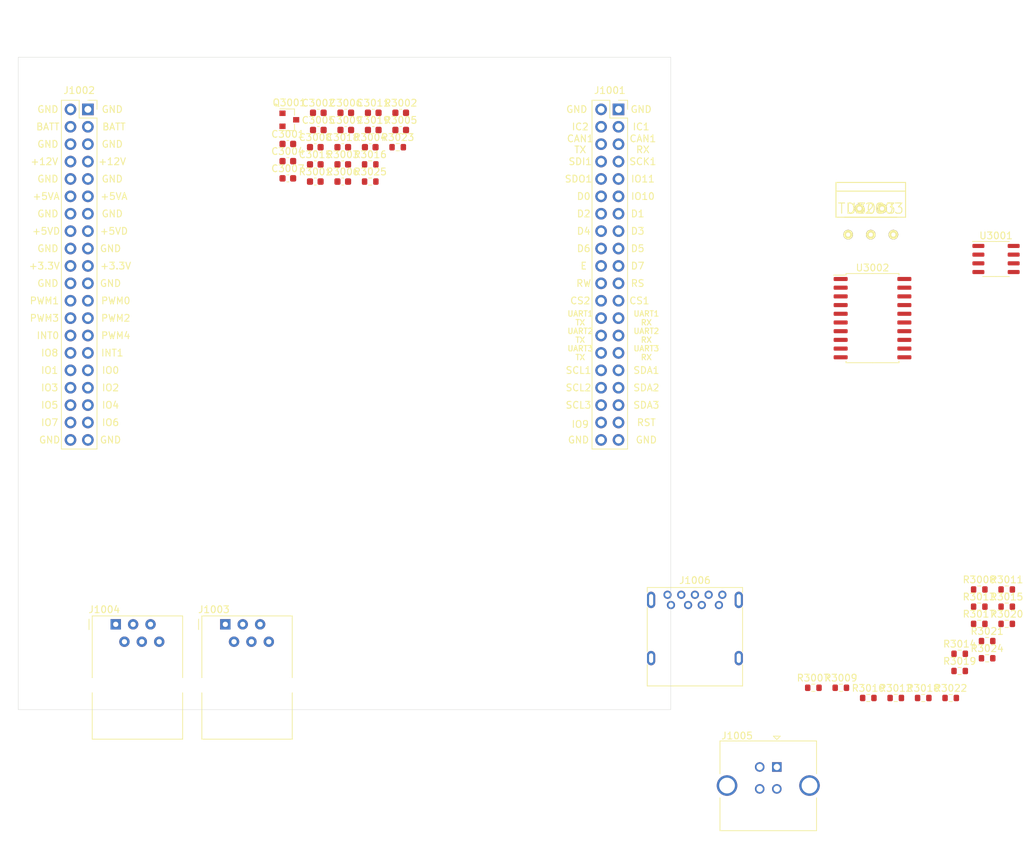
<source format=kicad_pcb>
(kicad_pcb (version 20171130) (host pcbnew 5.1.9+dfsg1-1)

  (general
    (thickness 1.6)
    (drawings 87)
    (tracks 0)
    (zones 0)
    (modules 47)
    (nets 35)
  )

  (page A4)
  (layers
    (0 F.Cu signal)
    (31 B.Cu signal)
    (32 B.Adhes user)
    (33 F.Adhes user)
    (34 B.Paste user)
    (35 F.Paste user)
    (36 B.SilkS user)
    (37 F.SilkS user)
    (38 B.Mask user)
    (39 F.Mask user)
    (40 Dwgs.User user)
    (41 Cmts.User user)
    (42 Eco1.User user)
    (43 Eco2.User user)
    (44 Edge.Cuts user)
    (45 Margin user)
    (46 B.CrtYd user)
    (47 F.CrtYd user)
    (48 B.Fab user)
    (49 F.Fab user)
  )

  (setup
    (last_trace_width 0.25)
    (user_trace_width 0.3)
    (user_trace_width 0.4)
    (user_trace_width 0.5)
    (trace_clearance 0.2)
    (zone_clearance 0.508)
    (zone_45_only no)
    (trace_min 0.2)
    (via_size 0.8)
    (via_drill 0.4)
    (via_min_size 0.4)
    (via_min_drill 0.3)
    (uvia_size 0.3)
    (uvia_drill 0.1)
    (uvias_allowed no)
    (uvia_min_size 0.2)
    (uvia_min_drill 0.1)
    (edge_width 0.05)
    (segment_width 0.2)
    (pcb_text_width 0.3)
    (pcb_text_size 1.5 1.5)
    (mod_edge_width 0.12)
    (mod_text_size 1 1)
    (mod_text_width 0.15)
    (pad_size 1.3 1.9)
    (pad_drill 0)
    (pad_to_mask_clearance 0)
    (aux_axis_origin 0 0)
    (visible_elements FFFFFF7F)
    (pcbplotparams
      (layerselection 0x010fc_ffffffff)
      (usegerberextensions true)
      (usegerberattributes true)
      (usegerberadvancedattributes true)
      (creategerberjobfile false)
      (excludeedgelayer true)
      (linewidth 0.100000)
      (plotframeref false)
      (viasonmask false)
      (mode 1)
      (useauxorigin false)
      (hpglpennumber 1)
      (hpglpenspeed 20)
      (hpglpendiameter 15.000000)
      (psnegative false)
      (psa4output false)
      (plotreference true)
      (plotvalue true)
      (plotinvisibletext false)
      (padsonsilk false)
      (subtractmaskfromsilk false)
      (outputformat 1)
      (mirror false)
      (drillshape 0)
      (scaleselection 1)
      (outputdirectory ""))
  )

  (net 0 "")
  (net 1 GND)
  (net 2 +3V3)
  (net 3 +BATT)
  (net 4 +12V)
  (net 5 +5VA)
  (net 6 +5VD)
  (net 7 "Net-(C3002-Pad1)")
  (net 8 "Net-(C3004-Pad2)")
  (net 9 "Net-(C3004-Pad1)")
  (net 10 "Net-(C3007-Pad2)")
  (net 11 "Net-(C3018-Pad1)")
  (net 12 "Net-(R3001-Pad1)")
  (net 13 "Net-(R3002-Pad1)")
  (net 14 "Net-(C3006-Pad1)")
  (net 15 "Net-(C3006-Pad2)")
  (net 16 "Net-(C3007-Pad1)")
  (net 17 "Net-(C3008-Pad1)")
  (net 18 "Net-(C3009-Pad1)")
  (net 19 "Net-(C3015-Pad1)")
  (net 20 "Net-(C3015-Pad2)")
  (net 21 "Net-(C3019-Pad2)")
  (net 22 "Net-(J1005-Pad5)")
  (net 23 "Net-(Q3001-Pad3)")
  (net 24 "Net-(C3003-Pad1)")
  (net 25 "Net-(R3009-Pad1)")
  (net 26 "Net-(R3010-Pad1)")
  (net 27 "Net-(R3012-Pad2)")
  (net 28 "Net-(R3013-Pad2)")
  (net 29 "Net-(C3013-Pad1)")
  (net 30 "Net-(R3017-Pad1)")
  (net 31 "Net-(C3014-Pad1)")
  (net 32 "Net-(C3016-Pad1)")
  (net 33 "Net-(C3014-Pad2)")
  (net 34 /Audio-out/FOSC)

  (net_class Default "This is the default net class."
    (clearance 0.2)
    (trace_width 0.25)
    (via_dia 0.8)
    (via_drill 0.4)
    (uvia_dia 0.3)
    (uvia_drill 0.1)
    (add_net +12V)
    (add_net +3V3)
    (add_net +5VA)
    (add_net +5VD)
    (add_net +BATT)
    (add_net /Audio-out/FOSC)
    (add_net GND)
    (add_net "Net-(C3002-Pad1)")
    (add_net "Net-(C3003-Pad1)")
    (add_net "Net-(C3004-Pad1)")
    (add_net "Net-(C3004-Pad2)")
    (add_net "Net-(C3006-Pad1)")
    (add_net "Net-(C3006-Pad2)")
    (add_net "Net-(C3007-Pad1)")
    (add_net "Net-(C3007-Pad2)")
    (add_net "Net-(C3008-Pad1)")
    (add_net "Net-(C3009-Pad1)")
    (add_net "Net-(C3013-Pad1)")
    (add_net "Net-(C3014-Pad1)")
    (add_net "Net-(C3014-Pad2)")
    (add_net "Net-(C3015-Pad1)")
    (add_net "Net-(C3015-Pad2)")
    (add_net "Net-(C3016-Pad1)")
    (add_net "Net-(C3018-Pad1)")
    (add_net "Net-(C3019-Pad2)")
    (add_net "Net-(J1005-Pad5)")
    (add_net "Net-(Q3001-Pad3)")
    (add_net "Net-(R3001-Pad1)")
    (add_net "Net-(R3002-Pad1)")
    (add_net "Net-(R3009-Pad1)")
    (add_net "Net-(R3010-Pad1)")
    (add_net "Net-(R3012-Pad2)")
    (add_net "Net-(R3013-Pad2)")
    (add_net "Net-(R3017-Pad1)")
  )

  (module Connector_PinSocket_2.54mm:PinSocket_2x20_P2.54mm_Vertical locked (layer F.Cu) (tedit 5A19A433) (tstamp 608DCF2C)
    (at 214.63 58.42)
    (descr "Through hole straight socket strip, 2x20, 2.54mm pitch, double cols (from Kicad 4.0.7), script generated")
    (tags "Through hole socket strip THT 2x20 2.54mm double row")
    (path /608A2314)
    (fp_text reference J1001 (at -1.27 -2.77) (layer F.SilkS)
      (effects (font (size 1 1) (thickness 0.15)))
    )
    (fp_text value Conn_02x20_Odd_Even (at -1.27 51.03) (layer F.Fab)
      (effects (font (size 1 1) (thickness 0.15)))
    )
    (fp_line (start -3.81 -1.27) (end 0.27 -1.27) (layer F.Fab) (width 0.1))
    (fp_line (start 0.27 -1.27) (end 1.27 -0.27) (layer F.Fab) (width 0.1))
    (fp_line (start 1.27 -0.27) (end 1.27 49.53) (layer F.Fab) (width 0.1))
    (fp_line (start 1.27 49.53) (end -3.81 49.53) (layer F.Fab) (width 0.1))
    (fp_line (start -3.81 49.53) (end -3.81 -1.27) (layer F.Fab) (width 0.1))
    (fp_line (start -3.87 -1.33) (end -1.27 -1.33) (layer F.SilkS) (width 0.12))
    (fp_line (start -3.87 -1.33) (end -3.87 49.59) (layer F.SilkS) (width 0.12))
    (fp_line (start -3.87 49.59) (end 1.33 49.59) (layer F.SilkS) (width 0.12))
    (fp_line (start 1.33 1.27) (end 1.33 49.59) (layer F.SilkS) (width 0.12))
    (fp_line (start -1.27 1.27) (end 1.33 1.27) (layer F.SilkS) (width 0.12))
    (fp_line (start -1.27 -1.33) (end -1.27 1.27) (layer F.SilkS) (width 0.12))
    (fp_line (start 1.33 -1.33) (end 1.33 0) (layer F.SilkS) (width 0.12))
    (fp_line (start 0 -1.33) (end 1.33 -1.33) (layer F.SilkS) (width 0.12))
    (fp_line (start -4.34 -1.8) (end 1.76 -1.8) (layer F.CrtYd) (width 0.05))
    (fp_line (start 1.76 -1.8) (end 1.76 50) (layer F.CrtYd) (width 0.05))
    (fp_line (start 1.76 50) (end -4.34 50) (layer F.CrtYd) (width 0.05))
    (fp_line (start -4.34 50) (end -4.34 -1.8) (layer F.CrtYd) (width 0.05))
    (fp_text user %R (at -1.27 24.13 90) (layer F.Fab)
      (effects (font (size 1 1) (thickness 0.15)))
    )
    (pad 40 thru_hole oval (at -2.54 48.26) (size 1.7 1.7) (drill 1) (layers *.Cu *.Mask)
      (net 1 GND))
    (pad 39 thru_hole oval (at 0 48.26) (size 1.7 1.7) (drill 1) (layers *.Cu *.Mask)
      (net 1 GND))
    (pad 38 thru_hole oval (at -2.54 45.72) (size 1.7 1.7) (drill 1) (layers *.Cu *.Mask))
    (pad 37 thru_hole oval (at 0 45.72) (size 1.7 1.7) (drill 1) (layers *.Cu *.Mask))
    (pad 36 thru_hole oval (at -2.54 43.18) (size 1.7 1.7) (drill 1) (layers *.Cu *.Mask))
    (pad 35 thru_hole oval (at 0 43.18) (size 1.7 1.7) (drill 1) (layers *.Cu *.Mask))
    (pad 34 thru_hole oval (at -2.54 40.64) (size 1.7 1.7) (drill 1) (layers *.Cu *.Mask))
    (pad 33 thru_hole oval (at 0 40.64) (size 1.7 1.7) (drill 1) (layers *.Cu *.Mask))
    (pad 32 thru_hole oval (at -2.54 38.1) (size 1.7 1.7) (drill 1) (layers *.Cu *.Mask))
    (pad 31 thru_hole oval (at 0 38.1) (size 1.7 1.7) (drill 1) (layers *.Cu *.Mask))
    (pad 30 thru_hole oval (at -2.54 35.56) (size 1.7 1.7) (drill 1) (layers *.Cu *.Mask))
    (pad 29 thru_hole oval (at 0 35.56) (size 1.7 1.7) (drill 1) (layers *.Cu *.Mask))
    (pad 28 thru_hole oval (at -2.54 33.02) (size 1.7 1.7) (drill 1) (layers *.Cu *.Mask))
    (pad 27 thru_hole oval (at 0 33.02) (size 1.7 1.7) (drill 1) (layers *.Cu *.Mask))
    (pad 26 thru_hole oval (at -2.54 30.48) (size 1.7 1.7) (drill 1) (layers *.Cu *.Mask))
    (pad 25 thru_hole oval (at 0 30.48) (size 1.7 1.7) (drill 1) (layers *.Cu *.Mask))
    (pad 24 thru_hole oval (at -2.54 27.94) (size 1.7 1.7) (drill 1) (layers *.Cu *.Mask))
    (pad 23 thru_hole oval (at 0 27.94) (size 1.7 1.7) (drill 1) (layers *.Cu *.Mask))
    (pad 22 thru_hole oval (at -2.54 25.4) (size 1.7 1.7) (drill 1) (layers *.Cu *.Mask))
    (pad 21 thru_hole oval (at 0 25.4) (size 1.7 1.7) (drill 1) (layers *.Cu *.Mask))
    (pad 20 thru_hole oval (at -2.54 22.86) (size 1.7 1.7) (drill 1) (layers *.Cu *.Mask))
    (pad 19 thru_hole oval (at 0 22.86) (size 1.7 1.7) (drill 1) (layers *.Cu *.Mask))
    (pad 18 thru_hole oval (at -2.54 20.32) (size 1.7 1.7) (drill 1) (layers *.Cu *.Mask))
    (pad 17 thru_hole oval (at 0 20.32) (size 1.7 1.7) (drill 1) (layers *.Cu *.Mask))
    (pad 16 thru_hole oval (at -2.54 17.78) (size 1.7 1.7) (drill 1) (layers *.Cu *.Mask))
    (pad 15 thru_hole oval (at 0 17.78) (size 1.7 1.7) (drill 1) (layers *.Cu *.Mask))
    (pad 14 thru_hole oval (at -2.54 15.24) (size 1.7 1.7) (drill 1) (layers *.Cu *.Mask))
    (pad 13 thru_hole oval (at 0 15.24) (size 1.7 1.7) (drill 1) (layers *.Cu *.Mask))
    (pad 12 thru_hole oval (at -2.54 12.7) (size 1.7 1.7) (drill 1) (layers *.Cu *.Mask))
    (pad 11 thru_hole oval (at 0 12.7) (size 1.7 1.7) (drill 1) (layers *.Cu *.Mask))
    (pad 10 thru_hole oval (at -2.54 10.16) (size 1.7 1.7) (drill 1) (layers *.Cu *.Mask))
    (pad 9 thru_hole oval (at 0 10.16) (size 1.7 1.7) (drill 1) (layers *.Cu *.Mask))
    (pad 8 thru_hole oval (at -2.54 7.62) (size 1.7 1.7) (drill 1) (layers *.Cu *.Mask))
    (pad 7 thru_hole oval (at 0 7.62) (size 1.7 1.7) (drill 1) (layers *.Cu *.Mask))
    (pad 6 thru_hole oval (at -2.54 5.08) (size 1.7 1.7) (drill 1) (layers *.Cu *.Mask))
    (pad 5 thru_hole oval (at 0 5.08) (size 1.7 1.7) (drill 1) (layers *.Cu *.Mask))
    (pad 4 thru_hole oval (at -2.54 2.54) (size 1.7 1.7) (drill 1) (layers *.Cu *.Mask))
    (pad 3 thru_hole oval (at 0 2.54) (size 1.7 1.7) (drill 1) (layers *.Cu *.Mask))
    (pad 2 thru_hole oval (at -2.54 0) (size 1.7 1.7) (drill 1) (layers *.Cu *.Mask)
      (net 1 GND))
    (pad 1 thru_hole rect (at 0 0) (size 1.7 1.7) (drill 1) (layers *.Cu *.Mask)
      (net 1 GND))
    (model ${KISYS3DMOD}/Connector_PinSocket_2.54mm.3dshapes/PinSocket_2x20_P2.54mm_Vertical.wrl
      (at (xyz 0 0 0))
      (scale (xyz 1 1 1))
      (rotate (xyz 0 0 0))
    )
  )

  (module Connector_PinSocket_2.54mm:PinSocket_2x20_P2.54mm_Vertical locked (layer F.Cu) (tedit 5A19A433) (tstamp 608DCF6A)
    (at 137.16 58.42)
    (descr "Through hole straight socket strip, 2x20, 2.54mm pitch, double cols (from Kicad 4.0.7), script generated")
    (tags "Through hole socket strip THT 2x20 2.54mm double row")
    (path /608ADBE6)
    (fp_text reference J1002 (at -1.27 -2.77) (layer F.SilkS)
      (effects (font (size 1 1) (thickness 0.15)))
    )
    (fp_text value Conn_02x20_Odd_Even (at -1.27 51.03) (layer F.Fab)
      (effects (font (size 1 1) (thickness 0.15)))
    )
    (fp_line (start -4.34 50) (end -4.34 -1.8) (layer F.CrtYd) (width 0.05))
    (fp_line (start 1.76 50) (end -4.34 50) (layer F.CrtYd) (width 0.05))
    (fp_line (start 1.76 -1.8) (end 1.76 50) (layer F.CrtYd) (width 0.05))
    (fp_line (start -4.34 -1.8) (end 1.76 -1.8) (layer F.CrtYd) (width 0.05))
    (fp_line (start 0 -1.33) (end 1.33 -1.33) (layer F.SilkS) (width 0.12))
    (fp_line (start 1.33 -1.33) (end 1.33 0) (layer F.SilkS) (width 0.12))
    (fp_line (start -1.27 -1.33) (end -1.27 1.27) (layer F.SilkS) (width 0.12))
    (fp_line (start -1.27 1.27) (end 1.33 1.27) (layer F.SilkS) (width 0.12))
    (fp_line (start 1.33 1.27) (end 1.33 49.59) (layer F.SilkS) (width 0.12))
    (fp_line (start -3.87 49.59) (end 1.33 49.59) (layer F.SilkS) (width 0.12))
    (fp_line (start -3.87 -1.33) (end -3.87 49.59) (layer F.SilkS) (width 0.12))
    (fp_line (start -3.87 -1.33) (end -1.27 -1.33) (layer F.SilkS) (width 0.12))
    (fp_line (start -3.81 49.53) (end -3.81 -1.27) (layer F.Fab) (width 0.1))
    (fp_line (start 1.27 49.53) (end -3.81 49.53) (layer F.Fab) (width 0.1))
    (fp_line (start 1.27 -0.27) (end 1.27 49.53) (layer F.Fab) (width 0.1))
    (fp_line (start 0.27 -1.27) (end 1.27 -0.27) (layer F.Fab) (width 0.1))
    (fp_line (start -3.81 -1.27) (end 0.27 -1.27) (layer F.Fab) (width 0.1))
    (fp_text user %R (at -1.27 24.13 90) (layer F.Fab)
      (effects (font (size 1 1) (thickness 0.15)))
    )
    (pad 1 thru_hole rect (at 0 0) (size 1.7 1.7) (drill 1) (layers *.Cu *.Mask)
      (net 1 GND))
    (pad 2 thru_hole oval (at -2.54 0) (size 1.7 1.7) (drill 1) (layers *.Cu *.Mask)
      (net 1 GND))
    (pad 3 thru_hole oval (at 0 2.54) (size 1.7 1.7) (drill 1) (layers *.Cu *.Mask)
      (net 3 +BATT))
    (pad 4 thru_hole oval (at -2.54 2.54) (size 1.7 1.7) (drill 1) (layers *.Cu *.Mask)
      (net 3 +BATT))
    (pad 5 thru_hole oval (at 0 5.08) (size 1.7 1.7) (drill 1) (layers *.Cu *.Mask)
      (net 1 GND))
    (pad 6 thru_hole oval (at -2.54 5.08) (size 1.7 1.7) (drill 1) (layers *.Cu *.Mask)
      (net 1 GND))
    (pad 7 thru_hole oval (at 0 7.62) (size 1.7 1.7) (drill 1) (layers *.Cu *.Mask)
      (net 4 +12V))
    (pad 8 thru_hole oval (at -2.54 7.62) (size 1.7 1.7) (drill 1) (layers *.Cu *.Mask)
      (net 4 +12V))
    (pad 9 thru_hole oval (at 0 10.16) (size 1.7 1.7) (drill 1) (layers *.Cu *.Mask)
      (net 1 GND))
    (pad 10 thru_hole oval (at -2.54 10.16) (size 1.7 1.7) (drill 1) (layers *.Cu *.Mask)
      (net 1 GND))
    (pad 11 thru_hole oval (at 0 12.7) (size 1.7 1.7) (drill 1) (layers *.Cu *.Mask)
      (net 5 +5VA))
    (pad 12 thru_hole oval (at -2.54 12.7) (size 1.7 1.7) (drill 1) (layers *.Cu *.Mask)
      (net 5 +5VA))
    (pad 13 thru_hole oval (at 0 15.24) (size 1.7 1.7) (drill 1) (layers *.Cu *.Mask)
      (net 1 GND))
    (pad 14 thru_hole oval (at -2.54 15.24) (size 1.7 1.7) (drill 1) (layers *.Cu *.Mask)
      (net 1 GND))
    (pad 15 thru_hole oval (at 0 17.78) (size 1.7 1.7) (drill 1) (layers *.Cu *.Mask)
      (net 6 +5VD))
    (pad 16 thru_hole oval (at -2.54 17.78) (size 1.7 1.7) (drill 1) (layers *.Cu *.Mask)
      (net 6 +5VD))
    (pad 17 thru_hole oval (at 0 20.32) (size 1.7 1.7) (drill 1) (layers *.Cu *.Mask)
      (net 1 GND))
    (pad 18 thru_hole oval (at -2.54 20.32) (size 1.7 1.7) (drill 1) (layers *.Cu *.Mask)
      (net 1 GND))
    (pad 19 thru_hole oval (at 0 22.86) (size 1.7 1.7) (drill 1) (layers *.Cu *.Mask)
      (net 2 +3V3))
    (pad 20 thru_hole oval (at -2.54 22.86) (size 1.7 1.7) (drill 1) (layers *.Cu *.Mask)
      (net 2 +3V3))
    (pad 21 thru_hole oval (at 0 25.4) (size 1.7 1.7) (drill 1) (layers *.Cu *.Mask)
      (net 1 GND))
    (pad 22 thru_hole oval (at -2.54 25.4) (size 1.7 1.7) (drill 1) (layers *.Cu *.Mask)
      (net 1 GND))
    (pad 23 thru_hole oval (at 0 27.94) (size 1.7 1.7) (drill 1) (layers *.Cu *.Mask))
    (pad 24 thru_hole oval (at -2.54 27.94) (size 1.7 1.7) (drill 1) (layers *.Cu *.Mask))
    (pad 25 thru_hole oval (at 0 30.48) (size 1.7 1.7) (drill 1) (layers *.Cu *.Mask))
    (pad 26 thru_hole oval (at -2.54 30.48) (size 1.7 1.7) (drill 1) (layers *.Cu *.Mask))
    (pad 27 thru_hole oval (at 0 33.02) (size 1.7 1.7) (drill 1) (layers *.Cu *.Mask))
    (pad 28 thru_hole oval (at -2.54 33.02) (size 1.7 1.7) (drill 1) (layers *.Cu *.Mask))
    (pad 29 thru_hole oval (at 0 35.56) (size 1.7 1.7) (drill 1) (layers *.Cu *.Mask))
    (pad 30 thru_hole oval (at -2.54 35.56) (size 1.7 1.7) (drill 1) (layers *.Cu *.Mask))
    (pad 31 thru_hole oval (at 0 38.1) (size 1.7 1.7) (drill 1) (layers *.Cu *.Mask))
    (pad 32 thru_hole oval (at -2.54 38.1) (size 1.7 1.7) (drill 1) (layers *.Cu *.Mask))
    (pad 33 thru_hole oval (at 0 40.64) (size 1.7 1.7) (drill 1) (layers *.Cu *.Mask))
    (pad 34 thru_hole oval (at -2.54 40.64) (size 1.7 1.7) (drill 1) (layers *.Cu *.Mask))
    (pad 35 thru_hole oval (at 0 43.18) (size 1.7 1.7) (drill 1) (layers *.Cu *.Mask))
    (pad 36 thru_hole oval (at -2.54 43.18) (size 1.7 1.7) (drill 1) (layers *.Cu *.Mask))
    (pad 37 thru_hole oval (at 0 45.72) (size 1.7 1.7) (drill 1) (layers *.Cu *.Mask))
    (pad 38 thru_hole oval (at -2.54 45.72) (size 1.7 1.7) (drill 1) (layers *.Cu *.Mask))
    (pad 39 thru_hole oval (at 0 48.26) (size 1.7 1.7) (drill 1) (layers *.Cu *.Mask)
      (net 1 GND))
    (pad 40 thru_hole oval (at -2.54 48.26) (size 1.7 1.7) (drill 1) (layers *.Cu *.Mask)
      (net 1 GND))
    (model ${KISYS3DMOD}/Connector_PinSocket_2.54mm.3dshapes/PinSocket_2x20_P2.54mm_Vertical.wrl
      (at (xyz 0 0 0))
      (scale (xyz 1 1 1))
      (rotate (xyz 0 0 0))
    )
  )

  (module Capacitor_SMD:C_0603_1608Metric (layer F.Cu) (tedit 5F68FEEE) (tstamp 60AD63E1)
    (at 166.351001 63.471001)
    (descr "Capacitor SMD 0603 (1608 Metric), square (rectangular) end terminal, IPC_7351 nominal, (Body size source: IPC-SM-782 page 76, https://www.pcb-3d.com/wordpress/wp-content/uploads/ipc-sm-782a_amendment_1_and_2.pdf), generated with kicad-footprint-generator")
    (tags capacitor)
    (path /60B0058A/60CA5052)
    (attr smd)
    (fp_text reference C3001 (at 0 -1.43) (layer F.SilkS)
      (effects (font (size 1 1) (thickness 0.15)))
    )
    (fp_text value 100n (at 0 1.43) (layer F.Fab)
      (effects (font (size 1 1) (thickness 0.15)))
    )
    (fp_line (start 1.48 0.73) (end -1.48 0.73) (layer F.CrtYd) (width 0.05))
    (fp_line (start 1.48 -0.73) (end 1.48 0.73) (layer F.CrtYd) (width 0.05))
    (fp_line (start -1.48 -0.73) (end 1.48 -0.73) (layer F.CrtYd) (width 0.05))
    (fp_line (start -1.48 0.73) (end -1.48 -0.73) (layer F.CrtYd) (width 0.05))
    (fp_line (start -0.14058 0.51) (end 0.14058 0.51) (layer F.SilkS) (width 0.12))
    (fp_line (start -0.14058 -0.51) (end 0.14058 -0.51) (layer F.SilkS) (width 0.12))
    (fp_line (start 0.8 0.4) (end -0.8 0.4) (layer F.Fab) (width 0.1))
    (fp_line (start 0.8 -0.4) (end 0.8 0.4) (layer F.Fab) (width 0.1))
    (fp_line (start -0.8 -0.4) (end 0.8 -0.4) (layer F.Fab) (width 0.1))
    (fp_line (start -0.8 0.4) (end -0.8 -0.4) (layer F.Fab) (width 0.1))
    (fp_text user %R (at 0 0) (layer F.Fab)
      (effects (font (size 0.4 0.4) (thickness 0.06)))
    )
    (pad 2 smd roundrect (at 0.775 0) (size 0.9 0.95) (layers F.Cu F.Paste F.Mask) (roundrect_rratio 0.25)
      (net 1 GND))
    (pad 1 smd roundrect (at -0.775 0) (size 0.9 0.95) (layers F.Cu F.Paste F.Mask) (roundrect_rratio 0.25)
      (net 5 +5VA))
    (model ${KISYS3DMOD}/Capacitor_SMD.3dshapes/C_0603_1608Metric.wrl
      (at (xyz 0 0 0))
      (scale (xyz 1 1 1))
      (rotate (xyz 0 0 0))
    )
  )

  (module Capacitor_SMD:C_0603_1608Metric (layer F.Cu) (tedit 5F68FEEE) (tstamp 60AD63F2)
    (at 170.801001 58.921001)
    (descr "Capacitor SMD 0603 (1608 Metric), square (rectangular) end terminal, IPC_7351 nominal, (Body size source: IPC-SM-782 page 76, https://www.pcb-3d.com/wordpress/wp-content/uploads/ipc-sm-782a_amendment_1_and_2.pdf), generated with kicad-footprint-generator")
    (tags capacitor)
    (path /60B0058A/60D2BD62)
    (attr smd)
    (fp_text reference C3002 (at 0 -1.43) (layer F.SilkS)
      (effects (font (size 1 1) (thickness 0.15)))
    )
    (fp_text value C (at 0 1.43) (layer F.Fab)
      (effects (font (size 1 1) (thickness 0.15)))
    )
    (fp_line (start 1.48 0.73) (end -1.48 0.73) (layer F.CrtYd) (width 0.05))
    (fp_line (start 1.48 -0.73) (end 1.48 0.73) (layer F.CrtYd) (width 0.05))
    (fp_line (start -1.48 -0.73) (end 1.48 -0.73) (layer F.CrtYd) (width 0.05))
    (fp_line (start -1.48 0.73) (end -1.48 -0.73) (layer F.CrtYd) (width 0.05))
    (fp_line (start -0.14058 0.51) (end 0.14058 0.51) (layer F.SilkS) (width 0.12))
    (fp_line (start -0.14058 -0.51) (end 0.14058 -0.51) (layer F.SilkS) (width 0.12))
    (fp_line (start 0.8 0.4) (end -0.8 0.4) (layer F.Fab) (width 0.1))
    (fp_line (start 0.8 -0.4) (end 0.8 0.4) (layer F.Fab) (width 0.1))
    (fp_line (start -0.8 -0.4) (end 0.8 -0.4) (layer F.Fab) (width 0.1))
    (fp_line (start -0.8 0.4) (end -0.8 -0.4) (layer F.Fab) (width 0.1))
    (fp_text user %R (at 0 0) (layer F.Fab)
      (effects (font (size 0.4 0.4) (thickness 0.06)))
    )
    (pad 2 smd roundrect (at 0.775 0) (size 0.9 0.95) (layers F.Cu F.Paste F.Mask) (roundrect_rratio 0.25))
    (pad 1 smd roundrect (at -0.775 0) (size 0.9 0.95) (layers F.Cu F.Paste F.Mask) (roundrect_rratio 0.25)
      (net 7 "Net-(C3002-Pad1)"))
    (model ${KISYS3DMOD}/Capacitor_SMD.3dshapes/C_0603_1608Metric.wrl
      (at (xyz 0 0 0))
      (scale (xyz 1 1 1))
      (rotate (xyz 0 0 0))
    )
  )

  (module Capacitor_SMD:C_0603_1608Metric (layer F.Cu) (tedit 5F68FEEE) (tstamp 60AD6403)
    (at 166.351001 65.981001)
    (descr "Capacitor SMD 0603 (1608 Metric), square (rectangular) end terminal, IPC_7351 nominal, (Body size source: IPC-SM-782 page 76, https://www.pcb-3d.com/wordpress/wp-content/uploads/ipc-sm-782a_amendment_1_and_2.pdf), generated with kicad-footprint-generator")
    (tags capacitor)
    (path /60B0058A/60B34121)
    (attr smd)
    (fp_text reference C3004 (at 0 -1.43) (layer F.SilkS)
      (effects (font (size 1 1) (thickness 0.15)))
    )
    (fp_text value 100n (at 0 1.43) (layer F.Fab)
      (effects (font (size 1 1) (thickness 0.15)))
    )
    (fp_line (start 1.48 0.73) (end -1.48 0.73) (layer F.CrtYd) (width 0.05))
    (fp_line (start 1.48 -0.73) (end 1.48 0.73) (layer F.CrtYd) (width 0.05))
    (fp_line (start -1.48 -0.73) (end 1.48 -0.73) (layer F.CrtYd) (width 0.05))
    (fp_line (start -1.48 0.73) (end -1.48 -0.73) (layer F.CrtYd) (width 0.05))
    (fp_line (start -0.14058 0.51) (end 0.14058 0.51) (layer F.SilkS) (width 0.12))
    (fp_line (start -0.14058 -0.51) (end 0.14058 -0.51) (layer F.SilkS) (width 0.12))
    (fp_line (start 0.8 0.4) (end -0.8 0.4) (layer F.Fab) (width 0.1))
    (fp_line (start 0.8 -0.4) (end 0.8 0.4) (layer F.Fab) (width 0.1))
    (fp_line (start -0.8 -0.4) (end 0.8 -0.4) (layer F.Fab) (width 0.1))
    (fp_line (start -0.8 0.4) (end -0.8 -0.4) (layer F.Fab) (width 0.1))
    (fp_text user %R (at 0 0) (layer F.Fab)
      (effects (font (size 0.4 0.4) (thickness 0.06)))
    )
    (pad 2 smd roundrect (at 0.775 0) (size 0.9 0.95) (layers F.Cu F.Paste F.Mask) (roundrect_rratio 0.25)
      (net 8 "Net-(C3004-Pad2)"))
    (pad 1 smd roundrect (at -0.775 0) (size 0.9 0.95) (layers F.Cu F.Paste F.Mask) (roundrect_rratio 0.25)
      (net 9 "Net-(C3004-Pad1)"))
    (model ${KISYS3DMOD}/Capacitor_SMD.3dshapes/C_0603_1608Metric.wrl
      (at (xyz 0 0 0))
      (scale (xyz 1 1 1))
      (rotate (xyz 0 0 0))
    )
  )

  (module Capacitor_SMD:C_0603_1608Metric (layer F.Cu) (tedit 5F68FEEE) (tstamp 60AD6414)
    (at 170.801001 61.431001)
    (descr "Capacitor SMD 0603 (1608 Metric), square (rectangular) end terminal, IPC_7351 nominal, (Body size source: IPC-SM-782 page 76, https://www.pcb-3d.com/wordpress/wp-content/uploads/ipc-sm-782a_amendment_1_and_2.pdf), generated with kicad-footprint-generator")
    (tags capacitor)
    (path /60B0058A/60B20F9F)
    (attr smd)
    (fp_text reference C3005 (at 0 -1.43) (layer F.SilkS)
      (effects (font (size 1 1) (thickness 0.15)))
    )
    (fp_text value 100n (at 0 1.43) (layer F.Fab)
      (effects (font (size 1 1) (thickness 0.15)))
    )
    (fp_line (start -0.8 0.4) (end -0.8 -0.4) (layer F.Fab) (width 0.1))
    (fp_line (start -0.8 -0.4) (end 0.8 -0.4) (layer F.Fab) (width 0.1))
    (fp_line (start 0.8 -0.4) (end 0.8 0.4) (layer F.Fab) (width 0.1))
    (fp_line (start 0.8 0.4) (end -0.8 0.4) (layer F.Fab) (width 0.1))
    (fp_line (start -0.14058 -0.51) (end 0.14058 -0.51) (layer F.SilkS) (width 0.12))
    (fp_line (start -0.14058 0.51) (end 0.14058 0.51) (layer F.SilkS) (width 0.12))
    (fp_line (start -1.48 0.73) (end -1.48 -0.73) (layer F.CrtYd) (width 0.05))
    (fp_line (start -1.48 -0.73) (end 1.48 -0.73) (layer F.CrtYd) (width 0.05))
    (fp_line (start 1.48 -0.73) (end 1.48 0.73) (layer F.CrtYd) (width 0.05))
    (fp_line (start 1.48 0.73) (end -1.48 0.73) (layer F.CrtYd) (width 0.05))
    (fp_text user %R (at 0 0) (layer F.Fab)
      (effects (font (size 0.4 0.4) (thickness 0.06)))
    )
    (pad 1 smd roundrect (at -0.775 0) (size 0.9 0.95) (layers F.Cu F.Paste F.Mask) (roundrect_rratio 0.25)
      (net 5 +5VA))
    (pad 2 smd roundrect (at 0.775 0) (size 0.9 0.95) (layers F.Cu F.Paste F.Mask) (roundrect_rratio 0.25)
      (net 9 "Net-(C3004-Pad1)"))
    (model ${KISYS3DMOD}/Capacitor_SMD.3dshapes/C_0603_1608Metric.wrl
      (at (xyz 0 0 0))
      (scale (xyz 1 1 1))
      (rotate (xyz 0 0 0))
    )
  )

  (module Capacitor_SMD:C_0603_1608Metric (layer F.Cu) (tedit 5F68FEEE) (tstamp 60AD6425)
    (at 174.811001 58.921001)
    (descr "Capacitor SMD 0603 (1608 Metric), square (rectangular) end terminal, IPC_7351 nominal, (Body size source: IPC-SM-782 page 76, https://www.pcb-3d.com/wordpress/wp-content/uploads/ipc-sm-782a_amendment_1_and_2.pdf), generated with kicad-footprint-generator")
    (tags capacitor)
    (path /60B0058A/60B08D4C)
    (attr smd)
    (fp_text reference C3006 (at 0 -1.43) (layer F.SilkS)
      (effects (font (size 1 1) (thickness 0.15)))
    )
    (fp_text value C (at 0 1.43) (layer F.Fab)
      (effects (font (size 1 1) (thickness 0.15)))
    )
    (fp_line (start -0.8 0.4) (end -0.8 -0.4) (layer F.Fab) (width 0.1))
    (fp_line (start -0.8 -0.4) (end 0.8 -0.4) (layer F.Fab) (width 0.1))
    (fp_line (start 0.8 -0.4) (end 0.8 0.4) (layer F.Fab) (width 0.1))
    (fp_line (start 0.8 0.4) (end -0.8 0.4) (layer F.Fab) (width 0.1))
    (fp_line (start -0.14058 -0.51) (end 0.14058 -0.51) (layer F.SilkS) (width 0.12))
    (fp_line (start -0.14058 0.51) (end 0.14058 0.51) (layer F.SilkS) (width 0.12))
    (fp_line (start -1.48 0.73) (end -1.48 -0.73) (layer F.CrtYd) (width 0.05))
    (fp_line (start -1.48 -0.73) (end 1.48 -0.73) (layer F.CrtYd) (width 0.05))
    (fp_line (start 1.48 -0.73) (end 1.48 0.73) (layer F.CrtYd) (width 0.05))
    (fp_line (start 1.48 0.73) (end -1.48 0.73) (layer F.CrtYd) (width 0.05))
    (fp_text user %R (at 0 0) (layer F.Fab)
      (effects (font (size 0.4 0.4) (thickness 0.06)))
    )
    (pad 1 smd roundrect (at -0.775 0) (size 0.9 0.95) (layers F.Cu F.Paste F.Mask) (roundrect_rratio 0.25)
      (net 14 "Net-(C3006-Pad1)"))
    (pad 2 smd roundrect (at 0.775 0) (size 0.9 0.95) (layers F.Cu F.Paste F.Mask) (roundrect_rratio 0.25)
      (net 15 "Net-(C3006-Pad2)"))
    (model ${KISYS3DMOD}/Capacitor_SMD.3dshapes/C_0603_1608Metric.wrl
      (at (xyz 0 0 0))
      (scale (xyz 1 1 1))
      (rotate (xyz 0 0 0))
    )
  )

  (module Capacitor_SMD:C_0603_1608Metric (layer F.Cu) (tedit 5F68FEEE) (tstamp 60AD6436)
    (at 166.351001 68.491001)
    (descr "Capacitor SMD 0603 (1608 Metric), square (rectangular) end terminal, IPC_7351 nominal, (Body size source: IPC-SM-782 page 76, https://www.pcb-3d.com/wordpress/wp-content/uploads/ipc-sm-782a_amendment_1_and_2.pdf), generated with kicad-footprint-generator")
    (tags capacitor)
    (path /60B0058A/60B09332)
    (attr smd)
    (fp_text reference C3007 (at 0 -1.43) (layer F.SilkS)
      (effects (font (size 1 1) (thickness 0.15)))
    )
    (fp_text value C (at 0 1.43) (layer F.Fab)
      (effects (font (size 1 1) (thickness 0.15)))
    )
    (fp_line (start 1.48 0.73) (end -1.48 0.73) (layer F.CrtYd) (width 0.05))
    (fp_line (start 1.48 -0.73) (end 1.48 0.73) (layer F.CrtYd) (width 0.05))
    (fp_line (start -1.48 -0.73) (end 1.48 -0.73) (layer F.CrtYd) (width 0.05))
    (fp_line (start -1.48 0.73) (end -1.48 -0.73) (layer F.CrtYd) (width 0.05))
    (fp_line (start -0.14058 0.51) (end 0.14058 0.51) (layer F.SilkS) (width 0.12))
    (fp_line (start -0.14058 -0.51) (end 0.14058 -0.51) (layer F.SilkS) (width 0.12))
    (fp_line (start 0.8 0.4) (end -0.8 0.4) (layer F.Fab) (width 0.1))
    (fp_line (start 0.8 -0.4) (end 0.8 0.4) (layer F.Fab) (width 0.1))
    (fp_line (start -0.8 -0.4) (end 0.8 -0.4) (layer F.Fab) (width 0.1))
    (fp_line (start -0.8 0.4) (end -0.8 -0.4) (layer F.Fab) (width 0.1))
    (fp_text user %R (at 0 0) (layer F.Fab)
      (effects (font (size 0.4 0.4) (thickness 0.06)))
    )
    (pad 2 smd roundrect (at 0.775 0) (size 0.9 0.95) (layers F.Cu F.Paste F.Mask) (roundrect_rratio 0.25)
      (net 10 "Net-(C3007-Pad2)"))
    (pad 1 smd roundrect (at -0.775 0) (size 0.9 0.95) (layers F.Cu F.Paste F.Mask) (roundrect_rratio 0.25)
      (net 16 "Net-(C3007-Pad1)"))
    (model ${KISYS3DMOD}/Capacitor_SMD.3dshapes/C_0603_1608Metric.wrl
      (at (xyz 0 0 0))
      (scale (xyz 1 1 1))
      (rotate (xyz 0 0 0))
    )
  )

  (module Capacitor_SMD:C_0603_1608Metric (layer F.Cu) (tedit 5F68FEEE) (tstamp 60AD6447)
    (at 170.361001 63.941001)
    (descr "Capacitor SMD 0603 (1608 Metric), square (rectangular) end terminal, IPC_7351 nominal, (Body size source: IPC-SM-782 page 76, https://www.pcb-3d.com/wordpress/wp-content/uploads/ipc-sm-782a_amendment_1_and_2.pdf), generated with kicad-footprint-generator")
    (tags capacitor)
    (path /60B0058A/60B1746F)
    (attr smd)
    (fp_text reference C3008 (at 0 -1.43) (layer F.SilkS)
      (effects (font (size 1 1) (thickness 0.15)))
    )
    (fp_text value 100n (at 0 1.43) (layer F.Fab)
      (effects (font (size 1 1) (thickness 0.15)))
    )
    (fp_line (start -0.8 0.4) (end -0.8 -0.4) (layer F.Fab) (width 0.1))
    (fp_line (start -0.8 -0.4) (end 0.8 -0.4) (layer F.Fab) (width 0.1))
    (fp_line (start 0.8 -0.4) (end 0.8 0.4) (layer F.Fab) (width 0.1))
    (fp_line (start 0.8 0.4) (end -0.8 0.4) (layer F.Fab) (width 0.1))
    (fp_line (start -0.14058 -0.51) (end 0.14058 -0.51) (layer F.SilkS) (width 0.12))
    (fp_line (start -0.14058 0.51) (end 0.14058 0.51) (layer F.SilkS) (width 0.12))
    (fp_line (start -1.48 0.73) (end -1.48 -0.73) (layer F.CrtYd) (width 0.05))
    (fp_line (start -1.48 -0.73) (end 1.48 -0.73) (layer F.CrtYd) (width 0.05))
    (fp_line (start 1.48 -0.73) (end 1.48 0.73) (layer F.CrtYd) (width 0.05))
    (fp_line (start 1.48 0.73) (end -1.48 0.73) (layer F.CrtYd) (width 0.05))
    (fp_text user %R (at 0 0) (layer F.Fab)
      (effects (font (size 0.4 0.4) (thickness 0.06)))
    )
    (pad 1 smd roundrect (at -0.775 0) (size 0.9 0.95) (layers F.Cu F.Paste F.Mask) (roundrect_rratio 0.25)
      (net 17 "Net-(C3008-Pad1)"))
    (pad 2 smd roundrect (at 0.775 0) (size 0.9 0.95) (layers F.Cu F.Paste F.Mask) (roundrect_rratio 0.25)
      (net 8 "Net-(C3004-Pad2)"))
    (model ${KISYS3DMOD}/Capacitor_SMD.3dshapes/C_0603_1608Metric.wrl
      (at (xyz 0 0 0))
      (scale (xyz 1 1 1))
      (rotate (xyz 0 0 0))
    )
  )

  (module Capacitor_SMD:C_0603_1608Metric (layer F.Cu) (tedit 5F68FEEE) (tstamp 60AD6458)
    (at 174.811001 61.431001)
    (descr "Capacitor SMD 0603 (1608 Metric), square (rectangular) end terminal, IPC_7351 nominal, (Body size source: IPC-SM-782 page 76, https://www.pcb-3d.com/wordpress/wp-content/uploads/ipc-sm-782a_amendment_1_and_2.pdf), generated with kicad-footprint-generator")
    (tags capacitor)
    (path /60B0058A/60BB767E)
    (attr smd)
    (fp_text reference C3009 (at 0 -1.43) (layer F.SilkS)
      (effects (font (size 1 1) (thickness 0.15)))
    )
    (fp_text value C (at 0 1.43) (layer F.Fab)
      (effects (font (size 1 1) (thickness 0.15)))
    )
    (fp_line (start -0.8 0.4) (end -0.8 -0.4) (layer F.Fab) (width 0.1))
    (fp_line (start -0.8 -0.4) (end 0.8 -0.4) (layer F.Fab) (width 0.1))
    (fp_line (start 0.8 -0.4) (end 0.8 0.4) (layer F.Fab) (width 0.1))
    (fp_line (start 0.8 0.4) (end -0.8 0.4) (layer F.Fab) (width 0.1))
    (fp_line (start -0.14058 -0.51) (end 0.14058 -0.51) (layer F.SilkS) (width 0.12))
    (fp_line (start -0.14058 0.51) (end 0.14058 0.51) (layer F.SilkS) (width 0.12))
    (fp_line (start -1.48 0.73) (end -1.48 -0.73) (layer F.CrtYd) (width 0.05))
    (fp_line (start -1.48 -0.73) (end 1.48 -0.73) (layer F.CrtYd) (width 0.05))
    (fp_line (start 1.48 -0.73) (end 1.48 0.73) (layer F.CrtYd) (width 0.05))
    (fp_line (start 1.48 0.73) (end -1.48 0.73) (layer F.CrtYd) (width 0.05))
    (fp_text user %R (at 0 0) (layer F.Fab)
      (effects (font (size 0.4 0.4) (thickness 0.06)))
    )
    (pad 1 smd roundrect (at -0.775 0) (size 0.9 0.95) (layers F.Cu F.Paste F.Mask) (roundrect_rratio 0.25)
      (net 18 "Net-(C3009-Pad1)"))
    (pad 2 smd roundrect (at 0.775 0) (size 0.9 0.95) (layers F.Cu F.Paste F.Mask) (roundrect_rratio 0.25)
      (net 10 "Net-(C3007-Pad2)"))
    (model ${KISYS3DMOD}/Capacitor_SMD.3dshapes/C_0603_1608Metric.wrl
      (at (xyz 0 0 0))
      (scale (xyz 1 1 1))
      (rotate (xyz 0 0 0))
    )
  )

  (module Capacitor_SMD:C_0603_1608Metric (layer F.Cu) (tedit 5F68FEEE) (tstamp 60AD6469)
    (at 178.821001 58.921001)
    (descr "Capacitor SMD 0603 (1608 Metric), square (rectangular) end terminal, IPC_7351 nominal, (Body size source: IPC-SM-782 page 76, https://www.pcb-3d.com/wordpress/wp-content/uploads/ipc-sm-782a_amendment_1_and_2.pdf), generated with kicad-footprint-generator")
    (tags capacitor)
    (path /60B0058A/60CE1505)
    (attr smd)
    (fp_text reference C3011 (at 0 -1.43) (layer F.SilkS)
      (effects (font (size 1 1) (thickness 0.15)))
    )
    (fp_text value C (at 0 1.43) (layer F.Fab)
      (effects (font (size 1 1) (thickness 0.15)))
    )
    (fp_line (start -0.8 0.4) (end -0.8 -0.4) (layer F.Fab) (width 0.1))
    (fp_line (start -0.8 -0.4) (end 0.8 -0.4) (layer F.Fab) (width 0.1))
    (fp_line (start 0.8 -0.4) (end 0.8 0.4) (layer F.Fab) (width 0.1))
    (fp_line (start 0.8 0.4) (end -0.8 0.4) (layer F.Fab) (width 0.1))
    (fp_line (start -0.14058 -0.51) (end 0.14058 -0.51) (layer F.SilkS) (width 0.12))
    (fp_line (start -0.14058 0.51) (end 0.14058 0.51) (layer F.SilkS) (width 0.12))
    (fp_line (start -1.48 0.73) (end -1.48 -0.73) (layer F.CrtYd) (width 0.05))
    (fp_line (start -1.48 -0.73) (end 1.48 -0.73) (layer F.CrtYd) (width 0.05))
    (fp_line (start 1.48 -0.73) (end 1.48 0.73) (layer F.CrtYd) (width 0.05))
    (fp_line (start 1.48 0.73) (end -1.48 0.73) (layer F.CrtYd) (width 0.05))
    (fp_text user %R (at 0 0) (layer F.Fab)
      (effects (font (size 0.4 0.4) (thickness 0.06)))
    )
    (pad 1 smd roundrect (at -0.775 0) (size 0.9 0.95) (layers F.Cu F.Paste F.Mask) (roundrect_rratio 0.25)
      (net 3 +BATT))
    (pad 2 smd roundrect (at 0.775 0) (size 0.9 0.95) (layers F.Cu F.Paste F.Mask) (roundrect_rratio 0.25)
      (net 1 GND))
    (model ${KISYS3DMOD}/Capacitor_SMD.3dshapes/C_0603_1608Metric.wrl
      (at (xyz 0 0 0))
      (scale (xyz 1 1 1))
      (rotate (xyz 0 0 0))
    )
  )

  (module Capacitor_SMD:C_0603_1608Metric (layer F.Cu) (tedit 5F68FEEE) (tstamp 60AD647A)
    (at 170.361001 66.451001)
    (descr "Capacitor SMD 0603 (1608 Metric), square (rectangular) end terminal, IPC_7351 nominal, (Body size source: IPC-SM-782 page 76, https://www.pcb-3d.com/wordpress/wp-content/uploads/ipc-sm-782a_amendment_1_and_2.pdf), generated with kicad-footprint-generator")
    (tags capacitor)
    (path /60B0058A/60B455B6)
    (attr smd)
    (fp_text reference C3015 (at 0 -1.43) (layer F.SilkS)
      (effects (font (size 1 1) (thickness 0.15)))
    )
    (fp_text value C (at 0 1.43) (layer F.Fab)
      (effects (font (size 1 1) (thickness 0.15)))
    )
    (fp_line (start -0.8 0.4) (end -0.8 -0.4) (layer F.Fab) (width 0.1))
    (fp_line (start -0.8 -0.4) (end 0.8 -0.4) (layer F.Fab) (width 0.1))
    (fp_line (start 0.8 -0.4) (end 0.8 0.4) (layer F.Fab) (width 0.1))
    (fp_line (start 0.8 0.4) (end -0.8 0.4) (layer F.Fab) (width 0.1))
    (fp_line (start -0.14058 -0.51) (end 0.14058 -0.51) (layer F.SilkS) (width 0.12))
    (fp_line (start -0.14058 0.51) (end 0.14058 0.51) (layer F.SilkS) (width 0.12))
    (fp_line (start -1.48 0.73) (end -1.48 -0.73) (layer F.CrtYd) (width 0.05))
    (fp_line (start -1.48 -0.73) (end 1.48 -0.73) (layer F.CrtYd) (width 0.05))
    (fp_line (start 1.48 -0.73) (end 1.48 0.73) (layer F.CrtYd) (width 0.05))
    (fp_line (start 1.48 0.73) (end -1.48 0.73) (layer F.CrtYd) (width 0.05))
    (fp_text user %R (at 0 0) (layer F.Fab)
      (effects (font (size 0.4 0.4) (thickness 0.06)))
    )
    (pad 1 smd roundrect (at -0.775 0) (size 0.9 0.95) (layers F.Cu F.Paste F.Mask) (roundrect_rratio 0.25)
      (net 19 "Net-(C3015-Pad1)"))
    (pad 2 smd roundrect (at 0.775 0) (size 0.9 0.95) (layers F.Cu F.Paste F.Mask) (roundrect_rratio 0.25)
      (net 20 "Net-(C3015-Pad2)"))
    (model ${KISYS3DMOD}/Capacitor_SMD.3dshapes/C_0603_1608Metric.wrl
      (at (xyz 0 0 0))
      (scale (xyz 1 1 1))
      (rotate (xyz 0 0 0))
    )
  )

  (module Capacitor_SMD:C_0603_1608Metric (layer F.Cu) (tedit 5F68FEEE) (tstamp 60AD648B)
    (at 174.371001 63.941001)
    (descr "Capacitor SMD 0603 (1608 Metric), square (rectangular) end terminal, IPC_7351 nominal, (Body size source: IPC-SM-782 page 76, https://www.pcb-3d.com/wordpress/wp-content/uploads/ipc-sm-782a_amendment_1_and_2.pdf), generated with kicad-footprint-generator")
    (tags capacitor)
    (path /60B0058A/60BC0210)
    (attr smd)
    (fp_text reference C3018 (at 0 -1.43) (layer F.SilkS)
      (effects (font (size 1 1) (thickness 0.15)))
    )
    (fp_text value 1n (at 0 1.43) (layer F.Fab)
      (effects (font (size 1 1) (thickness 0.15)))
    )
    (fp_line (start 1.48 0.73) (end -1.48 0.73) (layer F.CrtYd) (width 0.05))
    (fp_line (start 1.48 -0.73) (end 1.48 0.73) (layer F.CrtYd) (width 0.05))
    (fp_line (start -1.48 -0.73) (end 1.48 -0.73) (layer F.CrtYd) (width 0.05))
    (fp_line (start -1.48 0.73) (end -1.48 -0.73) (layer F.CrtYd) (width 0.05))
    (fp_line (start -0.14058 0.51) (end 0.14058 0.51) (layer F.SilkS) (width 0.12))
    (fp_line (start -0.14058 -0.51) (end 0.14058 -0.51) (layer F.SilkS) (width 0.12))
    (fp_line (start 0.8 0.4) (end -0.8 0.4) (layer F.Fab) (width 0.1))
    (fp_line (start 0.8 -0.4) (end 0.8 0.4) (layer F.Fab) (width 0.1))
    (fp_line (start -0.8 -0.4) (end 0.8 -0.4) (layer F.Fab) (width 0.1))
    (fp_line (start -0.8 0.4) (end -0.8 -0.4) (layer F.Fab) (width 0.1))
    (fp_text user %R (at 0 0) (layer F.Fab)
      (effects (font (size 0.4 0.4) (thickness 0.06)))
    )
    (pad 2 smd roundrect (at 0.775 0) (size 0.9 0.95) (layers F.Cu F.Paste F.Mask) (roundrect_rratio 0.25)
      (net 1 GND))
    (pad 1 smd roundrect (at -0.775 0) (size 0.9 0.95) (layers F.Cu F.Paste F.Mask) (roundrect_rratio 0.25)
      (net 11 "Net-(C3018-Pad1)"))
    (model ${KISYS3DMOD}/Capacitor_SMD.3dshapes/C_0603_1608Metric.wrl
      (at (xyz 0 0 0))
      (scale (xyz 1 1 1))
      (rotate (xyz 0 0 0))
    )
  )

  (module Capacitor_SMD:C_0603_1608Metric (layer F.Cu) (tedit 5F68FEEE) (tstamp 60AD649C)
    (at 178.821001 61.431001)
    (descr "Capacitor SMD 0603 (1608 Metric), square (rectangular) end terminal, IPC_7351 nominal, (Body size source: IPC-SM-782 page 76, https://www.pcb-3d.com/wordpress/wp-content/uploads/ipc-sm-782a_amendment_1_and_2.pdf), generated with kicad-footprint-generator")
    (tags capacitor)
    (path /60B0058A/60B6C992)
    (attr smd)
    (fp_text reference C3019 (at 0 -1.43) (layer F.SilkS)
      (effects (font (size 1 1) (thickness 0.15)))
    )
    (fp_text value C (at 0 1.43) (layer F.Fab)
      (effects (font (size 1 1) (thickness 0.15)))
    )
    (fp_line (start 1.48 0.73) (end -1.48 0.73) (layer F.CrtYd) (width 0.05))
    (fp_line (start 1.48 -0.73) (end 1.48 0.73) (layer F.CrtYd) (width 0.05))
    (fp_line (start -1.48 -0.73) (end 1.48 -0.73) (layer F.CrtYd) (width 0.05))
    (fp_line (start -1.48 0.73) (end -1.48 -0.73) (layer F.CrtYd) (width 0.05))
    (fp_line (start -0.14058 0.51) (end 0.14058 0.51) (layer F.SilkS) (width 0.12))
    (fp_line (start -0.14058 -0.51) (end 0.14058 -0.51) (layer F.SilkS) (width 0.12))
    (fp_line (start 0.8 0.4) (end -0.8 0.4) (layer F.Fab) (width 0.1))
    (fp_line (start 0.8 -0.4) (end 0.8 0.4) (layer F.Fab) (width 0.1))
    (fp_line (start -0.8 -0.4) (end 0.8 -0.4) (layer F.Fab) (width 0.1))
    (fp_line (start -0.8 0.4) (end -0.8 -0.4) (layer F.Fab) (width 0.1))
    (fp_text user %R (at 0 0) (layer F.Fab)
      (effects (font (size 0.4 0.4) (thickness 0.06)))
    )
    (pad 2 smd roundrect (at 0.775 0) (size 0.9 0.95) (layers F.Cu F.Paste F.Mask) (roundrect_rratio 0.25)
      (net 21 "Net-(C3019-Pad2)"))
    (pad 1 smd roundrect (at -0.775 0) (size 0.9 0.95) (layers F.Cu F.Paste F.Mask) (roundrect_rratio 0.25))
    (model ${KISYS3DMOD}/Capacitor_SMD.3dshapes/C_0603_1608Metric.wrl
      (at (xyz 0 0 0))
      (scale (xyz 1 1 1))
      (rotate (xyz 0 0 0))
    )
  )

  (module Package_TO_SOT_SMD:SOT-23 (layer F.Cu) (tedit 5A02FF57) (tstamp 60AD64B1)
    (at 166.571001 59.941001)
    (descr "SOT-23, Standard")
    (tags SOT-23)
    (path /60B0058A/60E36582)
    (attr smd)
    (fp_text reference Q3001 (at 0 -2.5) (layer F.SilkS)
      (effects (font (size 1 1) (thickness 0.15)))
    )
    (fp_text value BSS123 (at 0 2.5) (layer F.Fab)
      (effects (font (size 1 1) (thickness 0.15)))
    )
    (fp_line (start -0.7 -0.95) (end -0.7 1.5) (layer F.Fab) (width 0.1))
    (fp_line (start -0.15 -1.52) (end 0.7 -1.52) (layer F.Fab) (width 0.1))
    (fp_line (start -0.7 -0.95) (end -0.15 -1.52) (layer F.Fab) (width 0.1))
    (fp_line (start 0.7 -1.52) (end 0.7 1.52) (layer F.Fab) (width 0.1))
    (fp_line (start -0.7 1.52) (end 0.7 1.52) (layer F.Fab) (width 0.1))
    (fp_line (start 0.76 1.58) (end 0.76 0.65) (layer F.SilkS) (width 0.12))
    (fp_line (start 0.76 -1.58) (end 0.76 -0.65) (layer F.SilkS) (width 0.12))
    (fp_line (start -1.7 -1.75) (end 1.7 -1.75) (layer F.CrtYd) (width 0.05))
    (fp_line (start 1.7 -1.75) (end 1.7 1.75) (layer F.CrtYd) (width 0.05))
    (fp_line (start 1.7 1.75) (end -1.7 1.75) (layer F.CrtYd) (width 0.05))
    (fp_line (start -1.7 1.75) (end -1.7 -1.75) (layer F.CrtYd) (width 0.05))
    (fp_line (start 0.76 -1.58) (end -1.4 -1.58) (layer F.SilkS) (width 0.12))
    (fp_line (start 0.76 1.58) (end -0.7 1.58) (layer F.SilkS) (width 0.12))
    (fp_text user %R (at 0 0 90) (layer F.Fab)
      (effects (font (size 0.5 0.5) (thickness 0.075)))
    )
    (pad 1 smd rect (at -1 -0.95) (size 0.9 0.8) (layers F.Cu F.Paste F.Mask))
    (pad 2 smd rect (at -1 0.95) (size 0.9 0.8) (layers F.Cu F.Paste F.Mask)
      (net 1 GND))
    (pad 3 smd rect (at 1 0) (size 0.9 0.8) (layers F.Cu F.Paste F.Mask)
      (net 23 "Net-(Q3001-Pad3)"))
    (model ${KISYS3DMOD}/Package_TO_SOT_SMD.3dshapes/SOT-23.wrl
      (at (xyz 0 0 0))
      (scale (xyz 1 1 1))
      (rotate (xyz 0 0 0))
    )
  )

  (module Capacitor_SMD:C_0603_1608Metric (layer F.Cu) (tedit 5F68FEEE) (tstamp 60AD64C2)
    (at 170.361001 68.961001)
    (descr "Capacitor SMD 0603 (1608 Metric), square (rectangular) end terminal, IPC_7351 nominal, (Body size source: IPC-SM-782 page 76, https://www.pcb-3d.com/wordpress/wp-content/uploads/ipc-sm-782a_amendment_1_and_2.pdf), generated with kicad-footprint-generator")
    (tags capacitor)
    (path /60B0058A/60D681BE)
    (attr smd)
    (fp_text reference R3001 (at 0 -1.43) (layer F.SilkS)
      (effects (font (size 1 1) (thickness 0.15)))
    )
    (fp_text value 100k (at 0 1.43) (layer F.Fab)
      (effects (font (size 1 1) (thickness 0.15)))
    )
    (fp_line (start 1.48 0.73) (end -1.48 0.73) (layer F.CrtYd) (width 0.05))
    (fp_line (start 1.48 -0.73) (end 1.48 0.73) (layer F.CrtYd) (width 0.05))
    (fp_line (start -1.48 -0.73) (end 1.48 -0.73) (layer F.CrtYd) (width 0.05))
    (fp_line (start -1.48 0.73) (end -1.48 -0.73) (layer F.CrtYd) (width 0.05))
    (fp_line (start -0.14058 0.51) (end 0.14058 0.51) (layer F.SilkS) (width 0.12))
    (fp_line (start -0.14058 -0.51) (end 0.14058 -0.51) (layer F.SilkS) (width 0.12))
    (fp_line (start 0.8 0.4) (end -0.8 0.4) (layer F.Fab) (width 0.1))
    (fp_line (start 0.8 -0.4) (end 0.8 0.4) (layer F.Fab) (width 0.1))
    (fp_line (start -0.8 -0.4) (end 0.8 -0.4) (layer F.Fab) (width 0.1))
    (fp_line (start -0.8 0.4) (end -0.8 -0.4) (layer F.Fab) (width 0.1))
    (fp_text user %R (at 0 0) (layer F.Fab)
      (effects (font (size 0.4 0.4) (thickness 0.06)))
    )
    (pad 2 smd roundrect (at 0.775 0) (size 0.9 0.95) (layers F.Cu F.Paste F.Mask) (roundrect_rratio 0.25)
      (net 1 GND))
    (pad 1 smd roundrect (at -0.775 0) (size 0.9 0.95) (layers F.Cu F.Paste F.Mask) (roundrect_rratio 0.25)
      (net 12 "Net-(R3001-Pad1)"))
    (model ${KISYS3DMOD}/Capacitor_SMD.3dshapes/C_0603_1608Metric.wrl
      (at (xyz 0 0 0))
      (scale (xyz 1 1 1))
      (rotate (xyz 0 0 0))
    )
  )

  (module Capacitor_SMD:C_0603_1608Metric (layer F.Cu) (tedit 5F68FEEE) (tstamp 60AD64D3)
    (at 182.831001 58.921001)
    (descr "Capacitor SMD 0603 (1608 Metric), square (rectangular) end terminal, IPC_7351 nominal, (Body size source: IPC-SM-782 page 76, https://www.pcb-3d.com/wordpress/wp-content/uploads/ipc-sm-782a_amendment_1_and_2.pdf), generated with kicad-footprint-generator")
    (tags capacitor)
    (path /60B0058A/60D3191F)
    (attr smd)
    (fp_text reference R3002 (at 0 -1.43) (layer F.SilkS)
      (effects (font (size 1 1) (thickness 0.15)))
    )
    (fp_text value 100k (at 0 1.43) (layer F.Fab)
      (effects (font (size 1 1) (thickness 0.15)))
    )
    (fp_line (start 1.48 0.73) (end -1.48 0.73) (layer F.CrtYd) (width 0.05))
    (fp_line (start 1.48 -0.73) (end 1.48 0.73) (layer F.CrtYd) (width 0.05))
    (fp_line (start -1.48 -0.73) (end 1.48 -0.73) (layer F.CrtYd) (width 0.05))
    (fp_line (start -1.48 0.73) (end -1.48 -0.73) (layer F.CrtYd) (width 0.05))
    (fp_line (start -0.14058 0.51) (end 0.14058 0.51) (layer F.SilkS) (width 0.12))
    (fp_line (start -0.14058 -0.51) (end 0.14058 -0.51) (layer F.SilkS) (width 0.12))
    (fp_line (start 0.8 0.4) (end -0.8 0.4) (layer F.Fab) (width 0.1))
    (fp_line (start 0.8 -0.4) (end 0.8 0.4) (layer F.Fab) (width 0.1))
    (fp_line (start -0.8 -0.4) (end 0.8 -0.4) (layer F.Fab) (width 0.1))
    (fp_line (start -0.8 0.4) (end -0.8 -0.4) (layer F.Fab) (width 0.1))
    (fp_text user %R (at 0 0) (layer F.Fab)
      (effects (font (size 0.4 0.4) (thickness 0.06)))
    )
    (pad 2 smd roundrect (at 0.775 0) (size 0.9 0.95) (layers F.Cu F.Paste F.Mask) (roundrect_rratio 0.25)
      (net 7 "Net-(C3002-Pad1)"))
    (pad 1 smd roundrect (at -0.775 0) (size 0.9 0.95) (layers F.Cu F.Paste F.Mask) (roundrect_rratio 0.25)
      (net 13 "Net-(R3002-Pad1)"))
    (model ${KISYS3DMOD}/Capacitor_SMD.3dshapes/C_0603_1608Metric.wrl
      (at (xyz 0 0 0))
      (scale (xyz 1 1 1))
      (rotate (xyz 0 0 0))
    )
  )

  (module Capacitor_SMD:C_0603_1608Metric (layer F.Cu) (tedit 5F68FEEE) (tstamp 60AD64E4)
    (at 174.371001 66.451001)
    (descr "Capacitor SMD 0603 (1608 Metric), square (rectangular) end terminal, IPC_7351 nominal, (Body size source: IPC-SM-782 page 76, https://www.pcb-3d.com/wordpress/wp-content/uploads/ipc-sm-782a_amendment_1_and_2.pdf), generated with kicad-footprint-generator")
    (tags capacitor)
    (path /60B0058A/60D6789E)
    (attr smd)
    (fp_text reference R3003 (at 0 -1.43) (layer F.SilkS)
      (effects (font (size 1 1) (thickness 0.15)))
    )
    (fp_text value 100k (at 0 1.43) (layer F.Fab)
      (effects (font (size 1 1) (thickness 0.15)))
    )
    (fp_line (start -0.8 0.4) (end -0.8 -0.4) (layer F.Fab) (width 0.1))
    (fp_line (start -0.8 -0.4) (end 0.8 -0.4) (layer F.Fab) (width 0.1))
    (fp_line (start 0.8 -0.4) (end 0.8 0.4) (layer F.Fab) (width 0.1))
    (fp_line (start 0.8 0.4) (end -0.8 0.4) (layer F.Fab) (width 0.1))
    (fp_line (start -0.14058 -0.51) (end 0.14058 -0.51) (layer F.SilkS) (width 0.12))
    (fp_line (start -0.14058 0.51) (end 0.14058 0.51) (layer F.SilkS) (width 0.12))
    (fp_line (start -1.48 0.73) (end -1.48 -0.73) (layer F.CrtYd) (width 0.05))
    (fp_line (start -1.48 -0.73) (end 1.48 -0.73) (layer F.CrtYd) (width 0.05))
    (fp_line (start 1.48 -0.73) (end 1.48 0.73) (layer F.CrtYd) (width 0.05))
    (fp_line (start 1.48 0.73) (end -1.48 0.73) (layer F.CrtYd) (width 0.05))
    (fp_text user %R (at 0 0) (layer F.Fab)
      (effects (font (size 0.4 0.4) (thickness 0.06)))
    )
    (pad 1 smd roundrect (at -0.775 0) (size 0.9 0.95) (layers F.Cu F.Paste F.Mask) (roundrect_rratio 0.25)
      (net 5 +5VA))
    (pad 2 smd roundrect (at 0.775 0) (size 0.9 0.95) (layers F.Cu F.Paste F.Mask) (roundrect_rratio 0.25)
      (net 12 "Net-(R3001-Pad1)"))
    (model ${KISYS3DMOD}/Capacitor_SMD.3dshapes/C_0603_1608Metric.wrl
      (at (xyz 0 0 0))
      (scale (xyz 1 1 1))
      (rotate (xyz 0 0 0))
    )
  )

  (module Capacitor_SMD:C_0603_1608Metric (layer F.Cu) (tedit 5F68FEEE) (tstamp 60AD64F5)
    (at 178.381001 63.941001)
    (descr "Capacitor SMD 0603 (1608 Metric), square (rectangular) end terminal, IPC_7351 nominal, (Body size source: IPC-SM-782 page 76, https://www.pcb-3d.com/wordpress/wp-content/uploads/ipc-sm-782a_amendment_1_and_2.pdf), generated with kicad-footprint-generator")
    (tags capacitor)
    (path /60B0058A/60D30E1D)
    (attr smd)
    (fp_text reference R3004 (at 0 -1.43) (layer F.SilkS)
      (effects (font (size 1 1) (thickness 0.15)))
    )
    (fp_text value 100k (at 0 1.43) (layer F.Fab)
      (effects (font (size 1 1) (thickness 0.15)))
    )
    (fp_line (start -0.8 0.4) (end -0.8 -0.4) (layer F.Fab) (width 0.1))
    (fp_line (start -0.8 -0.4) (end 0.8 -0.4) (layer F.Fab) (width 0.1))
    (fp_line (start 0.8 -0.4) (end 0.8 0.4) (layer F.Fab) (width 0.1))
    (fp_line (start 0.8 0.4) (end -0.8 0.4) (layer F.Fab) (width 0.1))
    (fp_line (start -0.14058 -0.51) (end 0.14058 -0.51) (layer F.SilkS) (width 0.12))
    (fp_line (start -0.14058 0.51) (end 0.14058 0.51) (layer F.SilkS) (width 0.12))
    (fp_line (start -1.48 0.73) (end -1.48 -0.73) (layer F.CrtYd) (width 0.05))
    (fp_line (start -1.48 -0.73) (end 1.48 -0.73) (layer F.CrtYd) (width 0.05))
    (fp_line (start 1.48 -0.73) (end 1.48 0.73) (layer F.CrtYd) (width 0.05))
    (fp_line (start 1.48 0.73) (end -1.48 0.73) (layer F.CrtYd) (width 0.05))
    (fp_text user %R (at 0 0) (layer F.Fab)
      (effects (font (size 0.4 0.4) (thickness 0.06)))
    )
    (pad 1 smd roundrect (at -0.775 0) (size 0.9 0.95) (layers F.Cu F.Paste F.Mask) (roundrect_rratio 0.25)
      (net 13 "Net-(R3002-Pad1)"))
    (pad 2 smd roundrect (at 0.775 0) (size 0.9 0.95) (layers F.Cu F.Paste F.Mask) (roundrect_rratio 0.25)
      (net 24 "Net-(C3003-Pad1)"))
    (model ${KISYS3DMOD}/Capacitor_SMD.3dshapes/C_0603_1608Metric.wrl
      (at (xyz 0 0 0))
      (scale (xyz 1 1 1))
      (rotate (xyz 0 0 0))
    )
  )

  (module Capacitor_SMD:C_0603_1608Metric (layer F.Cu) (tedit 5F68FEEE) (tstamp 60AD6506)
    (at 182.831001 61.431001)
    (descr "Capacitor SMD 0603 (1608 Metric), square (rectangular) end terminal, IPC_7351 nominal, (Body size source: IPC-SM-782 page 76, https://www.pcb-3d.com/wordpress/wp-content/uploads/ipc-sm-782a_amendment_1_and_2.pdf), generated with kicad-footprint-generator")
    (tags capacitor)
    (path /60B0058A/60B1F0A0)
    (attr smd)
    (fp_text reference R3005 (at 0 -1.43) (layer F.SilkS)
      (effects (font (size 1 1) (thickness 0.15)))
    )
    (fp_text value 10k (at 0 1.43) (layer F.Fab)
      (effects (font (size 1 1) (thickness 0.15)))
    )
    (fp_line (start 1.48 0.73) (end -1.48 0.73) (layer F.CrtYd) (width 0.05))
    (fp_line (start 1.48 -0.73) (end 1.48 0.73) (layer F.CrtYd) (width 0.05))
    (fp_line (start -1.48 -0.73) (end 1.48 -0.73) (layer F.CrtYd) (width 0.05))
    (fp_line (start -1.48 0.73) (end -1.48 -0.73) (layer F.CrtYd) (width 0.05))
    (fp_line (start -0.14058 0.51) (end 0.14058 0.51) (layer F.SilkS) (width 0.12))
    (fp_line (start -0.14058 -0.51) (end 0.14058 -0.51) (layer F.SilkS) (width 0.12))
    (fp_line (start 0.8 0.4) (end -0.8 0.4) (layer F.Fab) (width 0.1))
    (fp_line (start 0.8 -0.4) (end 0.8 0.4) (layer F.Fab) (width 0.1))
    (fp_line (start -0.8 -0.4) (end 0.8 -0.4) (layer F.Fab) (width 0.1))
    (fp_line (start -0.8 0.4) (end -0.8 -0.4) (layer F.Fab) (width 0.1))
    (fp_text user %R (at 0 0) (layer F.Fab)
      (effects (font (size 0.4 0.4) (thickness 0.06)))
    )
    (pad 2 smd roundrect (at 0.775 0) (size 0.9 0.95) (layers F.Cu F.Paste F.Mask) (roundrect_rratio 0.25)
      (net 5 +5VA))
    (pad 1 smd roundrect (at -0.775 0) (size 0.9 0.95) (layers F.Cu F.Paste F.Mask) (roundrect_rratio 0.25)
      (net 8 "Net-(C3004-Pad2)"))
    (model ${KISYS3DMOD}/Capacitor_SMD.3dshapes/C_0603_1608Metric.wrl
      (at (xyz 0 0 0))
      (scale (xyz 1 1 1))
      (rotate (xyz 0 0 0))
    )
  )

  (module Capacitor_SMD:C_0603_1608Metric (layer F.Cu) (tedit 5F68FEEE) (tstamp 60AD6517)
    (at 174.371001 68.961001)
    (descr "Capacitor SMD 0603 (1608 Metric), square (rectangular) end terminal, IPC_7351 nominal, (Body size source: IPC-SM-782 page 76, https://www.pcb-3d.com/wordpress/wp-content/uploads/ipc-sm-782a_amendment_1_and_2.pdf), generated with kicad-footprint-generator")
    (tags capacitor)
    (path /60B0058A/60B248BE)
    (attr smd)
    (fp_text reference R3006 (at 0 -1.43) (layer F.SilkS)
      (effects (font (size 1 1) (thickness 0.15)))
    )
    (fp_text value 10k (at 0 1.43) (layer F.Fab)
      (effects (font (size 1 1) (thickness 0.15)))
    )
    (fp_line (start 1.48 0.73) (end -1.48 0.73) (layer F.CrtYd) (width 0.05))
    (fp_line (start 1.48 -0.73) (end 1.48 0.73) (layer F.CrtYd) (width 0.05))
    (fp_line (start -1.48 -0.73) (end 1.48 -0.73) (layer F.CrtYd) (width 0.05))
    (fp_line (start -1.48 0.73) (end -1.48 -0.73) (layer F.CrtYd) (width 0.05))
    (fp_line (start -0.14058 0.51) (end 0.14058 0.51) (layer F.SilkS) (width 0.12))
    (fp_line (start -0.14058 -0.51) (end 0.14058 -0.51) (layer F.SilkS) (width 0.12))
    (fp_line (start 0.8 0.4) (end -0.8 0.4) (layer F.Fab) (width 0.1))
    (fp_line (start 0.8 -0.4) (end 0.8 0.4) (layer F.Fab) (width 0.1))
    (fp_line (start -0.8 -0.4) (end 0.8 -0.4) (layer F.Fab) (width 0.1))
    (fp_line (start -0.8 0.4) (end -0.8 -0.4) (layer F.Fab) (width 0.1))
    (fp_text user %R (at 0 0) (layer F.Fab)
      (effects (font (size 0.4 0.4) (thickness 0.06)))
    )
    (pad 2 smd roundrect (at 0.775 0) (size 0.9 0.95) (layers F.Cu F.Paste F.Mask) (roundrect_rratio 0.25)
      (net 8 "Net-(C3004-Pad2)"))
    (pad 1 smd roundrect (at -0.775 0) (size 0.9 0.95) (layers F.Cu F.Paste F.Mask) (roundrect_rratio 0.25)
      (net 9 "Net-(C3004-Pad1)"))
    (model ${KISYS3DMOD}/Capacitor_SMD.3dshapes/C_0603_1608Metric.wrl
      (at (xyz 0 0 0))
      (scale (xyz 1 1 1))
      (rotate (xyz 0 0 0))
    )
  )

  (module Connector_RJ:RJ12_Amphenol_54601 (layer F.Cu) (tedit 5AE2E32D) (tstamp 60ADC667)
    (at 157.226 133.604)
    (descr "RJ12 connector  https://cdn.amphenol-icc.com/media/wysiwyg/files/drawing/c-bmj-0082.pdf")
    (tags "RJ12 connector")
    (path /60B1A8BB)
    (fp_text reference J1003 (at -1.67 -2.16) (layer F.SilkS)
      (effects (font (size 1 1) (thickness 0.15)))
    )
    (fp_text value RJ12 (at 3.54 18.3) (layer F.Fab)
      (effects (font (size 1 1) (thickness 0.15)))
    )
    (fp_text user %R (at 3.16 7.76) (layer F.Fab)
      (effects (font (size 1 1) (thickness 0.15)))
    )
    (fp_line (start -3.43 -0.48) (end -3.43 -1.23) (layer F.Fab) (width 0.1))
    (fp_line (start -2.93 0.02) (end -3.43 -0.48) (layer F.Fab) (width 0.1))
    (fp_line (start -3.43 0.52) (end -2.93 0.02) (layer F.Fab) (width 0.1))
    (fp_line (start -3.9 0.77) (end -3.9 -0.76) (layer F.SilkS) (width 0.12))
    (fp_line (start -3.43 7.79) (end -3.43 -1.23) (layer F.SilkS) (width 0.12))
    (fp_line (start -3.43 7.72) (end -3.43 7.79) (layer F.SilkS) (width 0.1))
    (fp_line (start -3.43 16.77) (end -3.43 9.99) (layer F.SilkS) (width 0.12))
    (fp_line (start 9.77 16.77) (end -3.43 16.77) (layer F.SilkS) (width 0.12))
    (fp_line (start 9.77 16.76) (end 9.77 16.77) (layer F.SilkS) (width 0.1))
    (fp_line (start 9.77 16.77) (end 9.77 9.99) (layer F.SilkS) (width 0.12))
    (fp_line (start 9.77 16.65) (end 9.77 16.77) (layer F.SilkS) (width 0.1))
    (fp_line (start 9.77 -1.23) (end 9.77 7.79) (layer F.SilkS) (width 0.12))
    (fp_line (start -3.43 -1.23) (end 9.77 -1.23) (layer F.SilkS) (width 0.12))
    (fp_line (start -4.04 17.27) (end -4.04 -1.73) (layer F.CrtYd) (width 0.05))
    (fp_line (start 10.38 17.27) (end -4.04 17.27) (layer F.CrtYd) (width 0.05))
    (fp_line (start 10.38 -1.73) (end 10.38 17.27) (layer F.CrtYd) (width 0.05))
    (fp_line (start -4.04 -1.73) (end 10.38 -1.73) (layer F.CrtYd) (width 0.05))
    (fp_line (start 9.77 16.77) (end -3.43 16.77) (layer F.Fab) (width 0.1))
    (fp_line (start 9.77 -1.23) (end 9.77 16.77) (layer F.Fab) (width 0.1))
    (fp_line (start -3.43 -1.23) (end 9.77 -1.23) (layer F.Fab) (width 0.1))
    (fp_line (start -3.43 16.77) (end -3.43 0.52) (layer F.Fab) (width 0.1))
    (pad 1 thru_hole rect (at 0 0) (size 1.52 1.52) (drill 0.76) (layers *.Cu *.Mask))
    (pad "" np_thru_hole circle (at -1.91 8.89) (size 3.25 3.25) (drill 3.25) (layers *.Cu *.Mask))
    (pad 2 thru_hole circle (at 1.27 2.54) (size 1.52 1.52) (drill 0.76) (layers *.Cu *.Mask))
    (pad 3 thru_hole circle (at 2.54 0) (size 1.52 1.52) (drill 0.76) (layers *.Cu *.Mask))
    (pad 4 thru_hole circle (at 3.81 2.54) (size 1.52 1.52) (drill 0.76) (layers *.Cu *.Mask))
    (pad 5 thru_hole circle (at 5.08 0) (size 1.52 1.52) (drill 0.76) (layers *.Cu *.Mask))
    (pad 6 thru_hole circle (at 6.35 2.54) (size 1.52 1.52) (drill 0.76) (layers *.Cu *.Mask))
    (pad "" np_thru_hole circle (at 8.25 8.89) (size 3.25 3.25) (drill 3.25) (layers *.Cu *.Mask))
    (model ${KISYS3DMOD}/Connector_RJ.3dshapes/RJ12_Amphenol_54601.wrl
      (at (xyz 0 0 0))
      (scale (xyz 1 1 1))
      (rotate (xyz 0 0 0))
    )
  )

  (module Connector_RJ:RJ12_Amphenol_54601 (layer F.Cu) (tedit 5AE2E32D) (tstamp 60ADC689)
    (at 141.224 133.604)
    (descr "RJ12 connector  https://cdn.amphenol-icc.com/media/wysiwyg/files/drawing/c-bmj-0082.pdf")
    (tags "RJ12 connector")
    (path /60B1B236)
    (fp_text reference J1004 (at -1.67 -2.16) (layer F.SilkS)
      (effects (font (size 1 1) (thickness 0.15)))
    )
    (fp_text value RJ12 (at 3.54 18.3) (layer F.Fab)
      (effects (font (size 1 1) (thickness 0.15)))
    )
    (fp_line (start -3.43 16.77) (end -3.43 0.52) (layer F.Fab) (width 0.1))
    (fp_line (start -3.43 -1.23) (end 9.77 -1.23) (layer F.Fab) (width 0.1))
    (fp_line (start 9.77 -1.23) (end 9.77 16.77) (layer F.Fab) (width 0.1))
    (fp_line (start 9.77 16.77) (end -3.43 16.77) (layer F.Fab) (width 0.1))
    (fp_line (start -4.04 -1.73) (end 10.38 -1.73) (layer F.CrtYd) (width 0.05))
    (fp_line (start 10.38 -1.73) (end 10.38 17.27) (layer F.CrtYd) (width 0.05))
    (fp_line (start 10.38 17.27) (end -4.04 17.27) (layer F.CrtYd) (width 0.05))
    (fp_line (start -4.04 17.27) (end -4.04 -1.73) (layer F.CrtYd) (width 0.05))
    (fp_line (start -3.43 -1.23) (end 9.77 -1.23) (layer F.SilkS) (width 0.12))
    (fp_line (start 9.77 -1.23) (end 9.77 7.79) (layer F.SilkS) (width 0.12))
    (fp_line (start 9.77 16.65) (end 9.77 16.77) (layer F.SilkS) (width 0.1))
    (fp_line (start 9.77 16.77) (end 9.77 9.99) (layer F.SilkS) (width 0.12))
    (fp_line (start 9.77 16.76) (end 9.77 16.77) (layer F.SilkS) (width 0.1))
    (fp_line (start 9.77 16.77) (end -3.43 16.77) (layer F.SilkS) (width 0.12))
    (fp_line (start -3.43 16.77) (end -3.43 9.99) (layer F.SilkS) (width 0.12))
    (fp_line (start -3.43 7.72) (end -3.43 7.79) (layer F.SilkS) (width 0.1))
    (fp_line (start -3.43 7.79) (end -3.43 -1.23) (layer F.SilkS) (width 0.12))
    (fp_line (start -3.9 0.77) (end -3.9 -0.76) (layer F.SilkS) (width 0.12))
    (fp_line (start -3.43 0.52) (end -2.93 0.02) (layer F.Fab) (width 0.1))
    (fp_line (start -2.93 0.02) (end -3.43 -0.48) (layer F.Fab) (width 0.1))
    (fp_line (start -3.43 -0.48) (end -3.43 -1.23) (layer F.Fab) (width 0.1))
    (fp_text user %R (at 3.16 7.76) (layer F.Fab)
      (effects (font (size 1 1) (thickness 0.15)))
    )
    (pad "" np_thru_hole circle (at 8.25 8.89) (size 3.25 3.25) (drill 3.25) (layers *.Cu *.Mask))
    (pad 6 thru_hole circle (at 6.35 2.54) (size 1.52 1.52) (drill 0.76) (layers *.Cu *.Mask))
    (pad 5 thru_hole circle (at 5.08 0) (size 1.52 1.52) (drill 0.76) (layers *.Cu *.Mask))
    (pad 4 thru_hole circle (at 3.81 2.54) (size 1.52 1.52) (drill 0.76) (layers *.Cu *.Mask))
    (pad 3 thru_hole circle (at 2.54 0) (size 1.52 1.52) (drill 0.76) (layers *.Cu *.Mask))
    (pad 2 thru_hole circle (at 1.27 2.54) (size 1.52 1.52) (drill 0.76) (layers *.Cu *.Mask))
    (pad "" np_thru_hole circle (at -1.91 8.89) (size 3.25 3.25) (drill 3.25) (layers *.Cu *.Mask))
    (pad 1 thru_hole rect (at 0 0) (size 1.52 1.52) (drill 0.76) (layers *.Cu *.Mask))
    (model ${KISYS3DMOD}/Connector_RJ.3dshapes/RJ12_Amphenol_54601.wrl
      (at (xyz 0 0 0))
      (scale (xyz 1 1 1))
      (rotate (xyz 0 0 0))
    )
  )

  (module Connector_USB:USB_B_Amphenol_MUSB-D511_Vertical_Rugged (layer F.Cu) (tedit 5A1DC0BC) (tstamp 60ADC6A8)
    (at 237.744 154.432)
    (descr "A,phenol MUSB_D511, USB B female connector, straight, rugged, https://www.amphenolcanada.com/ProductSearch/drawings/AC/MUSBD511XX.pdf")
    (tags "USB_B_MUSB_Straight female connector straight rugged MUSB D511")
    (path /60AB21AF)
    (fp_text reference J1005 (at -5.8 -4.55) (layer F.SilkS)
      (effects (font (size 1 1) (thickness 0.15)))
    )
    (fp_text value USB_B (at -1.25 10.25) (layer F.Fab)
      (effects (font (size 1 1) (thickness 0.15)))
    )
    (fp_circle (center 9.75 2) (end 9.75 4.5) (layer F.Fab) (width 0.12))
    (fp_circle (center -12.25 2) (end -12.25 4.5) (layer F.Fab) (width 0.12))
    (fp_line (start 12.5 9.5) (end -15 9.5) (layer F.CrtYd) (width 0.05))
    (fp_line (start 12.5 9.5) (end 12.5 -4) (layer F.CrtYd) (width 0.05))
    (fp_line (start -15 -4) (end -15 9.5) (layer F.CrtYd) (width 0.05))
    (fp_line (start -15 -4) (end 12.5 -4) (layer F.CrtYd) (width 0.05))
    (fp_line (start -8.25 9.25) (end -8.25 -3.75) (layer F.Fab) (width 0.1))
    (fp_line (start 5.75 9.25) (end -8.25 9.25) (layer F.Fab) (width 0.1))
    (fp_line (start 5.75 -3) (end 5.75 9.25) (layer F.Fab) (width 0.1))
    (fp_line (start -8.25 -3.75) (end 5 -3.75) (layer F.Fab) (width 0.1))
    (fp_line (start 5 -3.75) (end 5.75 -3) (layer F.Fab) (width 0.1))
    (fp_line (start 0 -4) (end 0.5 -4.5) (layer F.SilkS) (width 0.12))
    (fp_line (start 0.5 -4.5) (end -0.5 -4.5) (layer F.SilkS) (width 0.12))
    (fp_line (start -0.5 -4.5) (end 0 -4) (layer F.SilkS) (width 0.12))
    (fp_line (start -8.3 -3.8) (end 5.8 -3.8) (layer F.SilkS) (width 0.12))
    (fp_line (start 5.8 -3.8) (end 5.8 1) (layer F.SilkS) (width 0.12))
    (fp_line (start 5.8 4.5) (end 5.8 9.3) (layer F.SilkS) (width 0.12))
    (fp_line (start 5.8 9.3) (end -8.3 9.3) (layer F.SilkS) (width 0.12))
    (fp_line (start -8.3 9.3) (end -8.3 4.5) (layer F.SilkS) (width 0.12))
    (fp_line (start -8.3 1) (end -8.3 -3.8) (layer F.SilkS) (width 0.12))
    (fp_text user %R (at -1.2 6.4) (layer F.Fab)
      (effects (font (size 1 1) (thickness 0.15)))
    )
    (pad 5 thru_hole circle (at 4.77 2.71) (size 3 3) (drill 2.3) (layers *.Cu *.Mask)
      (net 22 "Net-(J1005-Pad5)"))
    (pad 4 thru_hole circle (at 0 3.2) (size 1.4 1.4) (drill 0.92) (layers *.Cu *.Mask))
    (pad 3 thru_hole circle (at -2.5 3.2) (size 1.4 1.4) (drill 0.92) (layers *.Cu *.Mask))
    (pad 1 thru_hole rect (at 0 0) (size 1.4 1.4) (drill 0.92) (layers *.Cu *.Mask))
    (pad 5 thru_hole circle (at -7.27 2.71) (size 3 3) (drill 2.3) (layers *.Cu *.Mask)
      (net 22 "Net-(J1005-Pad5)"))
    (pad 2 thru_hole circle (at -2.5 0) (size 1.4 1.4) (drill 0.92) (layers *.Cu *.Mask))
    (model ${KISYS3DMOD}/Connector_USB.3dshapes/USB_B_Amphenol_MUSB-D511_Vertical_Rugged.wrl
      (at (xyz 0 0 0))
      (scale (xyz 1 1 1))
      (rotate (xyz 0 0 0))
    )
  )

  (module Connector_USB:USB3_A_Molex_48393-001 (layer F.Cu) (tedit 5A142044) (tstamp 60ADC6CA)
    (at 222.289001 130.787001)
    (descr "USB 3.0, type A, right angle (http://www.molex.com/pdm_docs/sd/483930003_sd.pdf)")
    (tags "USB 3.0 type A right angle")
    (path /60AB3DC4)
    (fp_text reference J1006 (at 3.5 -3.6) (layer F.SilkS)
      (effects (font (size 1 1) (thickness 0.15)))
    )
    (fp_text value USB_A (at 3.5 13) (layer F.Fab)
      (effects (font (size 1 1) (thickness 0.15)))
    )
    (fp_line (start -3.4 -2.5) (end 10.4 -2.5) (layer F.Fab) (width 0.1))
    (fp_line (start 10.4 11.75) (end -3.4 11.75) (layer F.Fab) (width 0.1))
    (fp_line (start -3.46 11.81) (end 10.46 11.81) (layer F.SilkS) (width 0.12))
    (fp_line (start 10.46 11.81) (end 10.46 8.7) (layer F.SilkS) (width 0.12))
    (fp_line (start -3.46 11.81) (end -3.46 8.7) (layer F.SilkS) (width 0.12))
    (fp_line (start -3.46 6.8) (end -3.46 0.35) (layer F.SilkS) (width 0.12))
    (fp_line (start 10.46 6.8) (end 10.46 0.35) (layer F.SilkS) (width 0.12))
    (fp_line (start -3.46 -2.56) (end 10.46 -2.56) (layer F.SilkS) (width 0.12))
    (fp_line (start -4 -3) (end 11 -3) (layer F.CrtYd) (width 0.05))
    (fp_line (start 11 -3) (end 11 12.3) (layer F.CrtYd) (width 0.05))
    (fp_line (start 11 12.3) (end -4 12.3) (layer F.CrtYd) (width 0.05))
    (fp_line (start -4 12.3) (end -4 -3) (layer F.CrtYd) (width 0.05))
    (fp_line (start 10.4 -2.5) (end 10.4 11.75) (layer F.Fab) (width 0.1))
    (fp_line (start -3.4 11.75) (end -3.4 -2.5) (layer F.Fab) (width 0.1))
    (fp_line (start 10.46 -2.56) (end 10.46 -1.85) (layer F.SilkS) (width 0.12))
    (fp_line (start -3.46 -2.56) (end -3.46 -1.85) (layer F.SilkS) (width 0.12))
    (fp_text user %R (at 3.5 5) (layer F.Fab)
      (effects (font (size 1 1) (thickness 0.15)))
    )
    (pad 1 thru_hole circle (at 0 0) (size 1.2 1.2) (drill 0.7) (layers *.Cu *.Mask))
    (pad 2 thru_hole circle (at 2.5 0) (size 1.2 1.2) (drill 0.7) (layers *.Cu *.Mask))
    (pad 3 thru_hole circle (at 4.5 0) (size 1.2 1.2) (drill 0.7) (layers *.Cu *.Mask))
    (pad 4 thru_hole circle (at 7 0) (size 1.2 1.2) (drill 0.7) (layers *.Cu *.Mask))
    (pad 5 thru_hole circle (at 7.5 -1.5) (size 1.2 1.2) (drill 0.7) (layers *.Cu *.Mask))
    (pad 6 thru_hole circle (at 5.5 -1.5) (size 1.2 1.2) (drill 0.7) (layers *.Cu *.Mask))
    (pad 7 thru_hole circle (at 3.5 -1.5) (size 1.2 1.2) (drill 0.7) (layers *.Cu *.Mask))
    (pad 8 thru_hole circle (at 1.5 -1.5) (size 1.2 1.2) (drill 0.7) (layers *.Cu *.Mask))
    (pad 9 thru_hole circle (at -0.5 -1.5) (size 1.2 1.2) (drill 0.7) (layers *.Cu *.Mask))
    (pad 10 thru_hole oval (at 9.9 -0.75) (size 1.2 2.4) (drill oval 0.6 1.7) (layers *.Cu *.Mask))
    (pad 10 thru_hole oval (at -2.9 -0.75) (size 1.2 2.4) (drill oval 0.6 1.7) (layers *.Cu *.Mask))
    (pad 10 thru_hole oval (at 9.9 7.75) (size 1.2 2.1) (drill oval 0.6 1.4) (layers *.Cu *.Mask))
    (pad 10 thru_hole oval (at -2.9 7.75) (size 1.2 2.1) (drill oval 0.6 1.4) (layers *.Cu *.Mask))
    (model ${KISYS3DMOD}/Connector_USB.3dshapes/USB3_A_Molex_48393-001.wrl
      (at (xyz 0 0 0))
      (scale (xyz 1 1 1))
      (rotate (xyz 0 0 0))
    )
  )

  (module Resistor_SMD:R_0603_1608Metric (layer F.Cu) (tedit 5F68FEEE) (tstamp 60ADC6DB)
    (at 243.079001 142.867001)
    (descr "Resistor SMD 0603 (1608 Metric), square (rectangular) end terminal, IPC_7351 nominal, (Body size source: IPC-SM-782 page 72, https://www.pcb-3d.com/wordpress/wp-content/uploads/ipc-sm-782a_amendment_1_and_2.pdf), generated with kicad-footprint-generator")
    (tags resistor)
    (path /60B0058A/60B0454E)
    (attr smd)
    (fp_text reference R3007 (at 0 -1.43) (layer F.SilkS)
      (effects (font (size 1 1) (thickness 0.15)))
    )
    (fp_text value R (at 0 1.43) (layer F.Fab)
      (effects (font (size 1 1) (thickness 0.15)))
    )
    (fp_line (start 1.48 0.73) (end -1.48 0.73) (layer F.CrtYd) (width 0.05))
    (fp_line (start 1.48 -0.73) (end 1.48 0.73) (layer F.CrtYd) (width 0.05))
    (fp_line (start -1.48 -0.73) (end 1.48 -0.73) (layer F.CrtYd) (width 0.05))
    (fp_line (start -1.48 0.73) (end -1.48 -0.73) (layer F.CrtYd) (width 0.05))
    (fp_line (start -0.237258 0.5225) (end 0.237258 0.5225) (layer F.SilkS) (width 0.12))
    (fp_line (start -0.237258 -0.5225) (end 0.237258 -0.5225) (layer F.SilkS) (width 0.12))
    (fp_line (start 0.8 0.4125) (end -0.8 0.4125) (layer F.Fab) (width 0.1))
    (fp_line (start 0.8 -0.4125) (end 0.8 0.4125) (layer F.Fab) (width 0.1))
    (fp_line (start -0.8 -0.4125) (end 0.8 -0.4125) (layer F.Fab) (width 0.1))
    (fp_line (start -0.8 0.4125) (end -0.8 -0.4125) (layer F.Fab) (width 0.1))
    (fp_text user %R (at 0 0) (layer F.Fab)
      (effects (font (size 0.4 0.4) (thickness 0.06)))
    )
    (pad 1 smd roundrect (at -0.825 0) (size 0.8 0.95) (layers F.Cu F.Paste F.Mask) (roundrect_rratio 0.25)
      (net 15 "Net-(C3006-Pad2)"))
    (pad 2 smd roundrect (at 0.825 0) (size 0.8 0.95) (layers F.Cu F.Paste F.Mask) (roundrect_rratio 0.25))
    (model ${KISYS3DMOD}/Resistor_SMD.3dshapes/R_0603_1608Metric.wrl
      (at (xyz 0 0 0))
      (scale (xyz 1 1 1))
      (rotate (xyz 0 0 0))
    )
  )

  (module Resistor_SMD:R_0603_1608Metric (layer F.Cu) (tedit 5F68FEEE) (tstamp 60ADC6EC)
    (at 267.299001 128.517001)
    (descr "Resistor SMD 0603 (1608 Metric), square (rectangular) end terminal, IPC_7351 nominal, (Body size source: IPC-SM-782 page 72, https://www.pcb-3d.com/wordpress/wp-content/uploads/ipc-sm-782a_amendment_1_and_2.pdf), generated with kicad-footprint-generator")
    (tags resistor)
    (path /60B0058A/60B0253E)
    (attr smd)
    (fp_text reference R3008 (at 0 -1.43) (layer F.SilkS)
      (effects (font (size 1 1) (thickness 0.15)))
    )
    (fp_text value R (at 0 1.43) (layer F.Fab)
      (effects (font (size 1 1) (thickness 0.15)))
    )
    (fp_text user %R (at 0 0) (layer F.Fab)
      (effects (font (size 0.4 0.4) (thickness 0.06)))
    )
    (fp_line (start -0.8 0.4125) (end -0.8 -0.4125) (layer F.Fab) (width 0.1))
    (fp_line (start -0.8 -0.4125) (end 0.8 -0.4125) (layer F.Fab) (width 0.1))
    (fp_line (start 0.8 -0.4125) (end 0.8 0.4125) (layer F.Fab) (width 0.1))
    (fp_line (start 0.8 0.4125) (end -0.8 0.4125) (layer F.Fab) (width 0.1))
    (fp_line (start -0.237258 -0.5225) (end 0.237258 -0.5225) (layer F.SilkS) (width 0.12))
    (fp_line (start -0.237258 0.5225) (end 0.237258 0.5225) (layer F.SilkS) (width 0.12))
    (fp_line (start -1.48 0.73) (end -1.48 -0.73) (layer F.CrtYd) (width 0.05))
    (fp_line (start -1.48 -0.73) (end 1.48 -0.73) (layer F.CrtYd) (width 0.05))
    (fp_line (start 1.48 -0.73) (end 1.48 0.73) (layer F.CrtYd) (width 0.05))
    (fp_line (start 1.48 0.73) (end -1.48 0.73) (layer F.CrtYd) (width 0.05))
    (pad 2 smd roundrect (at 0.825 0) (size 0.8 0.95) (layers F.Cu F.Paste F.Mask) (roundrect_rratio 0.25)
      (net 15 "Net-(C3006-Pad2)"))
    (pad 1 smd roundrect (at -0.825 0) (size 0.8 0.95) (layers F.Cu F.Paste F.Mask) (roundrect_rratio 0.25)
      (net 14 "Net-(C3006-Pad1)"))
    (model ${KISYS3DMOD}/Resistor_SMD.3dshapes/R_0603_1608Metric.wrl
      (at (xyz 0 0 0))
      (scale (xyz 1 1 1))
      (rotate (xyz 0 0 0))
    )
  )

  (module Resistor_SMD:R_0603_1608Metric (layer F.Cu) (tedit 5F68FEEE) (tstamp 60ADC6FD)
    (at 247.089001 142.867001)
    (descr "Resistor SMD 0603 (1608 Metric), square (rectangular) end terminal, IPC_7351 nominal, (Body size source: IPC-SM-782 page 72, https://www.pcb-3d.com/wordpress/wp-content/uploads/ipc-sm-782a_amendment_1_and_2.pdf), generated with kicad-footprint-generator")
    (tags resistor)
    (path /60B0058A/60B02B79)
    (attr smd)
    (fp_text reference R3009 (at 0 -1.43) (layer F.SilkS)
      (effects (font (size 1 1) (thickness 0.15)))
    )
    (fp_text value R (at 0 1.43) (layer F.Fab)
      (effects (font (size 1 1) (thickness 0.15)))
    )
    (fp_text user %R (at 0 0) (layer F.Fab)
      (effects (font (size 0.4 0.4) (thickness 0.06)))
    )
    (fp_line (start -0.8 0.4125) (end -0.8 -0.4125) (layer F.Fab) (width 0.1))
    (fp_line (start -0.8 -0.4125) (end 0.8 -0.4125) (layer F.Fab) (width 0.1))
    (fp_line (start 0.8 -0.4125) (end 0.8 0.4125) (layer F.Fab) (width 0.1))
    (fp_line (start 0.8 0.4125) (end -0.8 0.4125) (layer F.Fab) (width 0.1))
    (fp_line (start -0.237258 -0.5225) (end 0.237258 -0.5225) (layer F.SilkS) (width 0.12))
    (fp_line (start -0.237258 0.5225) (end 0.237258 0.5225) (layer F.SilkS) (width 0.12))
    (fp_line (start -1.48 0.73) (end -1.48 -0.73) (layer F.CrtYd) (width 0.05))
    (fp_line (start -1.48 -0.73) (end 1.48 -0.73) (layer F.CrtYd) (width 0.05))
    (fp_line (start 1.48 -0.73) (end 1.48 0.73) (layer F.CrtYd) (width 0.05))
    (fp_line (start 1.48 0.73) (end -1.48 0.73) (layer F.CrtYd) (width 0.05))
    (pad 2 smd roundrect (at 0.825 0) (size 0.8 0.95) (layers F.Cu F.Paste F.Mask) (roundrect_rratio 0.25)
      (net 15 "Net-(C3006-Pad2)"))
    (pad 1 smd roundrect (at -0.825 0) (size 0.8 0.95) (layers F.Cu F.Paste F.Mask) (roundrect_rratio 0.25)
      (net 25 "Net-(R3009-Pad1)"))
    (model ${KISYS3DMOD}/Resistor_SMD.3dshapes/R_0603_1608Metric.wrl
      (at (xyz 0 0 0))
      (scale (xyz 1 1 1))
      (rotate (xyz 0 0 0))
    )
  )

  (module Resistor_SMD:R_0603_1608Metric (layer F.Cu) (tedit 5F68FEEE) (tstamp 60ADC70E)
    (at 251.099001 144.357001)
    (descr "Resistor SMD 0603 (1608 Metric), square (rectangular) end terminal, IPC_7351 nominal, (Body size source: IPC-SM-782 page 72, https://www.pcb-3d.com/wordpress/wp-content/uploads/ipc-sm-782a_amendment_1_and_2.pdf), generated with kicad-footprint-generator")
    (tags resistor)
    (path /60B0058A/60B031FE)
    (attr smd)
    (fp_text reference R3010 (at 0 -1.43) (layer F.SilkS)
      (effects (font (size 1 1) (thickness 0.15)))
    )
    (fp_text value R (at 0 1.43) (layer F.Fab)
      (effects (font (size 1 1) (thickness 0.15)))
    )
    (fp_line (start 1.48 0.73) (end -1.48 0.73) (layer F.CrtYd) (width 0.05))
    (fp_line (start 1.48 -0.73) (end 1.48 0.73) (layer F.CrtYd) (width 0.05))
    (fp_line (start -1.48 -0.73) (end 1.48 -0.73) (layer F.CrtYd) (width 0.05))
    (fp_line (start -1.48 0.73) (end -1.48 -0.73) (layer F.CrtYd) (width 0.05))
    (fp_line (start -0.237258 0.5225) (end 0.237258 0.5225) (layer F.SilkS) (width 0.12))
    (fp_line (start -0.237258 -0.5225) (end 0.237258 -0.5225) (layer F.SilkS) (width 0.12))
    (fp_line (start 0.8 0.4125) (end -0.8 0.4125) (layer F.Fab) (width 0.1))
    (fp_line (start 0.8 -0.4125) (end 0.8 0.4125) (layer F.Fab) (width 0.1))
    (fp_line (start -0.8 -0.4125) (end 0.8 -0.4125) (layer F.Fab) (width 0.1))
    (fp_line (start -0.8 0.4125) (end -0.8 -0.4125) (layer F.Fab) (width 0.1))
    (fp_text user %R (at 0 0) (layer F.Fab)
      (effects (font (size 0.4 0.4) (thickness 0.06)))
    )
    (pad 1 smd roundrect (at -0.825 0) (size 0.8 0.95) (layers F.Cu F.Paste F.Mask) (roundrect_rratio 0.25)
      (net 26 "Net-(R3010-Pad1)"))
    (pad 2 smd roundrect (at 0.825 0) (size 0.8 0.95) (layers F.Cu F.Paste F.Mask) (roundrect_rratio 0.25)
      (net 15 "Net-(C3006-Pad2)"))
    (model ${KISYS3DMOD}/Resistor_SMD.3dshapes/R_0603_1608Metric.wrl
      (at (xyz 0 0 0))
      (scale (xyz 1 1 1))
      (rotate (xyz 0 0 0))
    )
  )

  (module Resistor_SMD:R_0603_1608Metric (layer F.Cu) (tedit 5F68FEEE) (tstamp 60ADC71F)
    (at 271.309001 128.517001)
    (descr "Resistor SMD 0603 (1608 Metric), square (rectangular) end terminal, IPC_7351 nominal, (Body size source: IPC-SM-782 page 72, https://www.pcb-3d.com/wordpress/wp-content/uploads/ipc-sm-782a_amendment_1_and_2.pdf), generated with kicad-footprint-generator")
    (tags resistor)
    (path /60B0058A/60B04306)
    (attr smd)
    (fp_text reference R3011 (at 0 -1.43) (layer F.SilkS)
      (effects (font (size 1 1) (thickness 0.15)))
    )
    (fp_text value R (at 0 1.43) (layer F.Fab)
      (effects (font (size 1 1) (thickness 0.15)))
    )
    (fp_line (start 1.48 0.73) (end -1.48 0.73) (layer F.CrtYd) (width 0.05))
    (fp_line (start 1.48 -0.73) (end 1.48 0.73) (layer F.CrtYd) (width 0.05))
    (fp_line (start -1.48 -0.73) (end 1.48 -0.73) (layer F.CrtYd) (width 0.05))
    (fp_line (start -1.48 0.73) (end -1.48 -0.73) (layer F.CrtYd) (width 0.05))
    (fp_line (start -0.237258 0.5225) (end 0.237258 0.5225) (layer F.SilkS) (width 0.12))
    (fp_line (start -0.237258 -0.5225) (end 0.237258 -0.5225) (layer F.SilkS) (width 0.12))
    (fp_line (start 0.8 0.4125) (end -0.8 0.4125) (layer F.Fab) (width 0.1))
    (fp_line (start 0.8 -0.4125) (end 0.8 0.4125) (layer F.Fab) (width 0.1))
    (fp_line (start -0.8 -0.4125) (end 0.8 -0.4125) (layer F.Fab) (width 0.1))
    (fp_line (start -0.8 0.4125) (end -0.8 -0.4125) (layer F.Fab) (width 0.1))
    (fp_text user %R (at 0 0) (layer F.Fab)
      (effects (font (size 0.4 0.4) (thickness 0.06)))
    )
    (pad 1 smd roundrect (at -0.825 0) (size 0.8 0.95) (layers F.Cu F.Paste F.Mask) (roundrect_rratio 0.25)
      (net 16 "Net-(C3007-Pad1)"))
    (pad 2 smd roundrect (at 0.825 0) (size 0.8 0.95) (layers F.Cu F.Paste F.Mask) (roundrect_rratio 0.25)
      (net 10 "Net-(C3007-Pad2)"))
    (model ${KISYS3DMOD}/Resistor_SMD.3dshapes/R_0603_1608Metric.wrl
      (at (xyz 0 0 0))
      (scale (xyz 1 1 1))
      (rotate (xyz 0 0 0))
    )
  )

  (module Resistor_SMD:R_0603_1608Metric (layer F.Cu) (tedit 5F68FEEE) (tstamp 60ADC730)
    (at 255.109001 144.357001)
    (descr "Resistor SMD 0603 (1608 Metric), square (rectangular) end terminal, IPC_7351 nominal, (Body size source: IPC-SM-782 page 72, https://www.pcb-3d.com/wordpress/wp-content/uploads/ipc-sm-782a_amendment_1_and_2.pdf), generated with kicad-footprint-generator")
    (tags resistor)
    (path /60B0058A/60B0430C)
    (attr smd)
    (fp_text reference R3012 (at 0 -1.43) (layer F.SilkS)
      (effects (font (size 1 1) (thickness 0.15)))
    )
    (fp_text value R (at 0 1.43) (layer F.Fab)
      (effects (font (size 1 1) (thickness 0.15)))
    )
    (fp_line (start 1.48 0.73) (end -1.48 0.73) (layer F.CrtYd) (width 0.05))
    (fp_line (start 1.48 -0.73) (end 1.48 0.73) (layer F.CrtYd) (width 0.05))
    (fp_line (start -1.48 -0.73) (end 1.48 -0.73) (layer F.CrtYd) (width 0.05))
    (fp_line (start -1.48 0.73) (end -1.48 -0.73) (layer F.CrtYd) (width 0.05))
    (fp_line (start -0.237258 0.5225) (end 0.237258 0.5225) (layer F.SilkS) (width 0.12))
    (fp_line (start -0.237258 -0.5225) (end 0.237258 -0.5225) (layer F.SilkS) (width 0.12))
    (fp_line (start 0.8 0.4125) (end -0.8 0.4125) (layer F.Fab) (width 0.1))
    (fp_line (start 0.8 -0.4125) (end 0.8 0.4125) (layer F.Fab) (width 0.1))
    (fp_line (start -0.8 -0.4125) (end 0.8 -0.4125) (layer F.Fab) (width 0.1))
    (fp_line (start -0.8 0.4125) (end -0.8 -0.4125) (layer F.Fab) (width 0.1))
    (fp_text user %R (at 0 0) (layer F.Fab)
      (effects (font (size 0.4 0.4) (thickness 0.06)))
    )
    (pad 1 smd roundrect (at -0.825 0) (size 0.8 0.95) (layers F.Cu F.Paste F.Mask) (roundrect_rratio 0.25)
      (net 16 "Net-(C3007-Pad1)"))
    (pad 2 smd roundrect (at 0.825 0) (size 0.8 0.95) (layers F.Cu F.Paste F.Mask) (roundrect_rratio 0.25)
      (net 27 "Net-(R3012-Pad2)"))
    (model ${KISYS3DMOD}/Resistor_SMD.3dshapes/R_0603_1608Metric.wrl
      (at (xyz 0 0 0))
      (scale (xyz 1 1 1))
      (rotate (xyz 0 0 0))
    )
  )

  (module Resistor_SMD:R_0603_1608Metric (layer F.Cu) (tedit 5F68FEEE) (tstamp 60ADC741)
    (at 267.299001 131.027001)
    (descr "Resistor SMD 0603 (1608 Metric), square (rectangular) end terminal, IPC_7351 nominal, (Body size source: IPC-SM-782 page 72, https://www.pcb-3d.com/wordpress/wp-content/uploads/ipc-sm-782a_amendment_1_and_2.pdf), generated with kicad-footprint-generator")
    (tags resistor)
    (path /60B0058A/60B04312)
    (attr smd)
    (fp_text reference R3013 (at 0 -1.43) (layer F.SilkS)
      (effects (font (size 1 1) (thickness 0.15)))
    )
    (fp_text value R (at 0 1.43) (layer F.Fab)
      (effects (font (size 1 1) (thickness 0.15)))
    )
    (fp_text user %R (at 0 0) (layer F.Fab)
      (effects (font (size 0.4 0.4) (thickness 0.06)))
    )
    (fp_line (start -0.8 0.4125) (end -0.8 -0.4125) (layer F.Fab) (width 0.1))
    (fp_line (start -0.8 -0.4125) (end 0.8 -0.4125) (layer F.Fab) (width 0.1))
    (fp_line (start 0.8 -0.4125) (end 0.8 0.4125) (layer F.Fab) (width 0.1))
    (fp_line (start 0.8 0.4125) (end -0.8 0.4125) (layer F.Fab) (width 0.1))
    (fp_line (start -0.237258 -0.5225) (end 0.237258 -0.5225) (layer F.SilkS) (width 0.12))
    (fp_line (start -0.237258 0.5225) (end 0.237258 0.5225) (layer F.SilkS) (width 0.12))
    (fp_line (start -1.48 0.73) (end -1.48 -0.73) (layer F.CrtYd) (width 0.05))
    (fp_line (start -1.48 -0.73) (end 1.48 -0.73) (layer F.CrtYd) (width 0.05))
    (fp_line (start 1.48 -0.73) (end 1.48 0.73) (layer F.CrtYd) (width 0.05))
    (fp_line (start 1.48 0.73) (end -1.48 0.73) (layer F.CrtYd) (width 0.05))
    (pad 2 smd roundrect (at 0.825 0) (size 0.8 0.95) (layers F.Cu F.Paste F.Mask) (roundrect_rratio 0.25)
      (net 28 "Net-(R3013-Pad2)"))
    (pad 1 smd roundrect (at -0.825 0) (size 0.8 0.95) (layers F.Cu F.Paste F.Mask) (roundrect_rratio 0.25)
      (net 16 "Net-(C3007-Pad1)"))
    (model ${KISYS3DMOD}/Resistor_SMD.3dshapes/R_0603_1608Metric.wrl
      (at (xyz 0 0 0))
      (scale (xyz 1 1 1))
      (rotate (xyz 0 0 0))
    )
  )

  (module Resistor_SMD:R_0603_1608Metric (layer F.Cu) (tedit 5F68FEEE) (tstamp 60ADC752)
    (at 264.439001 137.907001)
    (descr "Resistor SMD 0603 (1608 Metric), square (rectangular) end terminal, IPC_7351 nominal, (Body size source: IPC-SM-782 page 72, https://www.pcb-3d.com/wordpress/wp-content/uploads/ipc-sm-782a_amendment_1_and_2.pdf), generated with kicad-footprint-generator")
    (tags resistor)
    (path /60B0058A/60B04E4A)
    (attr smd)
    (fp_text reference R3014 (at 0 -1.43) (layer F.SilkS)
      (effects (font (size 1 1) (thickness 0.15)))
    )
    (fp_text value R (at 0 1.43) (layer F.Fab)
      (effects (font (size 1 1) (thickness 0.15)))
    )
    (fp_text user %R (at 0 0) (layer F.Fab)
      (effects (font (size 0.4 0.4) (thickness 0.06)))
    )
    (fp_line (start -0.8 0.4125) (end -0.8 -0.4125) (layer F.Fab) (width 0.1))
    (fp_line (start -0.8 -0.4125) (end 0.8 -0.4125) (layer F.Fab) (width 0.1))
    (fp_line (start 0.8 -0.4125) (end 0.8 0.4125) (layer F.Fab) (width 0.1))
    (fp_line (start 0.8 0.4125) (end -0.8 0.4125) (layer F.Fab) (width 0.1))
    (fp_line (start -0.237258 -0.5225) (end 0.237258 -0.5225) (layer F.SilkS) (width 0.12))
    (fp_line (start -0.237258 0.5225) (end 0.237258 0.5225) (layer F.SilkS) (width 0.12))
    (fp_line (start -1.48 0.73) (end -1.48 -0.73) (layer F.CrtYd) (width 0.05))
    (fp_line (start -1.48 -0.73) (end 1.48 -0.73) (layer F.CrtYd) (width 0.05))
    (fp_line (start 1.48 -0.73) (end 1.48 0.73) (layer F.CrtYd) (width 0.05))
    (fp_line (start 1.48 0.73) (end -1.48 0.73) (layer F.CrtYd) (width 0.05))
    (pad 2 smd roundrect (at 0.825 0) (size 0.8 0.95) (layers F.Cu F.Paste F.Mask) (roundrect_rratio 0.25)
      (net 16 "Net-(C3007-Pad1)"))
    (pad 1 smd roundrect (at -0.825 0) (size 0.8 0.95) (layers F.Cu F.Paste F.Mask) (roundrect_rratio 0.25)
      (net 14 "Net-(C3006-Pad1)"))
    (model ${KISYS3DMOD}/Resistor_SMD.3dshapes/R_0603_1608Metric.wrl
      (at (xyz 0 0 0))
      (scale (xyz 1 1 1))
      (rotate (xyz 0 0 0))
    )
  )

  (module Resistor_SMD:R_0603_1608Metric (layer F.Cu) (tedit 5F68FEEE) (tstamp 60ADC763)
    (at 271.309001 131.027001)
    (descr "Resistor SMD 0603 (1608 Metric), square (rectangular) end terminal, IPC_7351 nominal, (Body size source: IPC-SM-782 page 72, https://www.pcb-3d.com/wordpress/wp-content/uploads/ipc-sm-782a_amendment_1_and_2.pdf), generated with kicad-footprint-generator")
    (tags resistor)
    (path /60B0058A/60E354FE)
    (attr smd)
    (fp_text reference R3015 (at 0 -1.43) (layer F.SilkS)
      (effects (font (size 1 1) (thickness 0.15)))
    )
    (fp_text value R (at 0 1.43) (layer F.Fab)
      (effects (font (size 1 1) (thickness 0.15)))
    )
    (fp_line (start 1.48 0.73) (end -1.48 0.73) (layer F.CrtYd) (width 0.05))
    (fp_line (start 1.48 -0.73) (end 1.48 0.73) (layer F.CrtYd) (width 0.05))
    (fp_line (start -1.48 -0.73) (end 1.48 -0.73) (layer F.CrtYd) (width 0.05))
    (fp_line (start -1.48 0.73) (end -1.48 -0.73) (layer F.CrtYd) (width 0.05))
    (fp_line (start -0.237258 0.5225) (end 0.237258 0.5225) (layer F.SilkS) (width 0.12))
    (fp_line (start -0.237258 -0.5225) (end 0.237258 -0.5225) (layer F.SilkS) (width 0.12))
    (fp_line (start 0.8 0.4125) (end -0.8 0.4125) (layer F.Fab) (width 0.1))
    (fp_line (start 0.8 -0.4125) (end 0.8 0.4125) (layer F.Fab) (width 0.1))
    (fp_line (start -0.8 -0.4125) (end 0.8 -0.4125) (layer F.Fab) (width 0.1))
    (fp_line (start -0.8 0.4125) (end -0.8 -0.4125) (layer F.Fab) (width 0.1))
    (fp_text user %R (at 0 0) (layer F.Fab)
      (effects (font (size 0.4 0.4) (thickness 0.06)))
    )
    (pad 1 smd roundrect (at -0.825 0) (size 0.8 0.95) (layers F.Cu F.Paste F.Mask) (roundrect_rratio 0.25)
      (net 23 "Net-(Q3001-Pad3)"))
    (pad 2 smd roundrect (at 0.825 0) (size 0.8 0.95) (layers F.Cu F.Paste F.Mask) (roundrect_rratio 0.25))
    (model ${KISYS3DMOD}/Resistor_SMD.3dshapes/R_0603_1608Metric.wrl
      (at (xyz 0 0 0))
      (scale (xyz 1 1 1))
      (rotate (xyz 0 0 0))
    )
  )

  (module Resistor_SMD:R_0603_1608Metric (layer F.Cu) (tedit 5F68FEEE) (tstamp 60ADC764)
    (at 178.381001 66.451001)
    (descr "Resistor SMD 0603 (1608 Metric), square (rectangular) end terminal, IPC_7351 nominal, (Body size source: IPC-SM-782 page 72, https://www.pcb-3d.com/wordpress/wp-content/uploads/ipc-sm-782a_amendment_1_and_2.pdf), generated with kicad-footprint-generator")
    (tags resistor)
    (path /60B0058A/60BD888C)
    (attr smd)
    (fp_text reference R3016 (at 0 -1.43) (layer F.SilkS)
      (effects (font (size 1 1) (thickness 0.15)))
    )
    (fp_text value 100k (at 0 1.43) (layer F.Fab)
      (effects (font (size 1 1) (thickness 0.15)))
    )
    (fp_line (start 1.48 0.73) (end -1.48 0.73) (layer F.CrtYd) (width 0.05))
    (fp_line (start 1.48 -0.73) (end 1.48 0.73) (layer F.CrtYd) (width 0.05))
    (fp_line (start -1.48 -0.73) (end 1.48 -0.73) (layer F.CrtYd) (width 0.05))
    (fp_line (start -1.48 0.73) (end -1.48 -0.73) (layer F.CrtYd) (width 0.05))
    (fp_line (start -0.237258 0.5225) (end 0.237258 0.5225) (layer F.SilkS) (width 0.12))
    (fp_line (start -0.237258 -0.5225) (end 0.237258 -0.5225) (layer F.SilkS) (width 0.12))
    (fp_line (start 0.8 0.4125) (end -0.8 0.4125) (layer F.Fab) (width 0.1))
    (fp_line (start 0.8 -0.4125) (end 0.8 0.4125) (layer F.Fab) (width 0.1))
    (fp_line (start -0.8 -0.4125) (end 0.8 -0.4125) (layer F.Fab) (width 0.1))
    (fp_line (start -0.8 0.4125) (end -0.8 -0.4125) (layer F.Fab) (width 0.1))
    (fp_text user %R (at 0 0) (layer F.Fab)
      (effects (font (size 0.4 0.4) (thickness 0.06)))
    )
    (pad 1 smd roundrect (at -0.825 0) (size 0.8 0.95) (layers F.Cu F.Paste F.Mask) (roundrect_rratio 0.25)
      (net 29 "Net-(C3013-Pad1)"))
    (pad 2 smd roundrect (at 0.825 0) (size 0.8 0.95) (layers F.Cu F.Paste F.Mask) (roundrect_rratio 0.25)
      (net 1 GND))
    (model ${KISYS3DMOD}/Resistor_SMD.3dshapes/R_0603_1608Metric.wrl
      (at (xyz 0 0 0))
      (scale (xyz 1 1 1))
      (rotate (xyz 0 0 0))
    )
  )

  (module Resistor_SMD:R_0603_1608Metric (layer F.Cu) (tedit 5F68FEEE) (tstamp 60ADC784)
    (at 267.299001 133.537001)
    (descr "Resistor SMD 0603 (1608 Metric), square (rectangular) end terminal, IPC_7351 nominal, (Body size source: IPC-SM-782 page 72, https://www.pcb-3d.com/wordpress/wp-content/uploads/ipc-sm-782a_amendment_1_and_2.pdf), generated with kicad-footprint-generator")
    (tags resistor)
    (path /60B0058A/60BA89A5)
    (attr smd)
    (fp_text reference R3017 (at 0 -1.43) (layer F.SilkS)
      (effects (font (size 1 1) (thickness 0.15)))
    )
    (fp_text value 100k (at 0 1.43) (layer F.Fab)
      (effects (font (size 1 1) (thickness 0.15)))
    )
    (fp_text user %R (at 0 0) (layer F.Fab)
      (effects (font (size 0.4 0.4) (thickness 0.06)))
    )
    (fp_line (start -0.8 0.4125) (end -0.8 -0.4125) (layer F.Fab) (width 0.1))
    (fp_line (start -0.8 -0.4125) (end 0.8 -0.4125) (layer F.Fab) (width 0.1))
    (fp_line (start 0.8 -0.4125) (end 0.8 0.4125) (layer F.Fab) (width 0.1))
    (fp_line (start 0.8 0.4125) (end -0.8 0.4125) (layer F.Fab) (width 0.1))
    (fp_line (start -0.237258 -0.5225) (end 0.237258 -0.5225) (layer F.SilkS) (width 0.12))
    (fp_line (start -0.237258 0.5225) (end 0.237258 0.5225) (layer F.SilkS) (width 0.12))
    (fp_line (start -1.48 0.73) (end -1.48 -0.73) (layer F.CrtYd) (width 0.05))
    (fp_line (start -1.48 -0.73) (end 1.48 -0.73) (layer F.CrtYd) (width 0.05))
    (fp_line (start 1.48 -0.73) (end 1.48 0.73) (layer F.CrtYd) (width 0.05))
    (fp_line (start 1.48 0.73) (end -1.48 0.73) (layer F.CrtYd) (width 0.05))
    (pad 2 smd roundrect (at 0.825 0) (size 0.8 0.95) (layers F.Cu F.Paste F.Mask) (roundrect_rratio 0.25)
      (net 18 "Net-(C3009-Pad1)"))
    (pad 1 smd roundrect (at -0.825 0) (size 0.8 0.95) (layers F.Cu F.Paste F.Mask) (roundrect_rratio 0.25)
      (net 30 "Net-(R3017-Pad1)"))
    (model ${KISYS3DMOD}/Resistor_SMD.3dshapes/R_0603_1608Metric.wrl
      (at (xyz 0 0 0))
      (scale (xyz 1 1 1))
      (rotate (xyz 0 0 0))
    )
  )

  (module Resistor_SMD:R_0603_1608Metric (layer F.Cu) (tedit 5F68FEEE) (tstamp 60ADC795)
    (at 259.119001 144.357001)
    (descr "Resistor SMD 0603 (1608 Metric), square (rectangular) end terminal, IPC_7351 nominal, (Body size source: IPC-SM-782 page 72, https://www.pcb-3d.com/wordpress/wp-content/uploads/ipc-sm-782a_amendment_1_and_2.pdf), generated with kicad-footprint-generator")
    (tags resistor)
    (path /60B0058A/60BD7CCA)
    (attr smd)
    (fp_text reference R3018 (at 0 -1.43) (layer F.SilkS)
      (effects (font (size 1 1) (thickness 0.15)))
    )
    (fp_text value 100k (at 0 1.43) (layer F.Fab)
      (effects (font (size 1 1) (thickness 0.15)))
    )
    (fp_text user %R (at 0 0) (layer F.Fab)
      (effects (font (size 0.4 0.4) (thickness 0.06)))
    )
    (fp_line (start -0.8 0.4125) (end -0.8 -0.4125) (layer F.Fab) (width 0.1))
    (fp_line (start -0.8 -0.4125) (end 0.8 -0.4125) (layer F.Fab) (width 0.1))
    (fp_line (start 0.8 -0.4125) (end 0.8 0.4125) (layer F.Fab) (width 0.1))
    (fp_line (start 0.8 0.4125) (end -0.8 0.4125) (layer F.Fab) (width 0.1))
    (fp_line (start -0.237258 -0.5225) (end 0.237258 -0.5225) (layer F.SilkS) (width 0.12))
    (fp_line (start -0.237258 0.5225) (end 0.237258 0.5225) (layer F.SilkS) (width 0.12))
    (fp_line (start -1.48 0.73) (end -1.48 -0.73) (layer F.CrtYd) (width 0.05))
    (fp_line (start -1.48 -0.73) (end 1.48 -0.73) (layer F.CrtYd) (width 0.05))
    (fp_line (start 1.48 -0.73) (end 1.48 0.73) (layer F.CrtYd) (width 0.05))
    (fp_line (start 1.48 0.73) (end -1.48 0.73) (layer F.CrtYd) (width 0.05))
    (pad 2 smd roundrect (at 0.825 0) (size 0.8 0.95) (layers F.Cu F.Paste F.Mask) (roundrect_rratio 0.25)
      (net 29 "Net-(C3013-Pad1)"))
    (pad 1 smd roundrect (at -0.825 0) (size 0.8 0.95) (layers F.Cu F.Paste F.Mask) (roundrect_rratio 0.25)
      (net 5 +5VA))
    (model ${KISYS3DMOD}/Resistor_SMD.3dshapes/R_0603_1608Metric.wrl
      (at (xyz 0 0 0))
      (scale (xyz 1 1 1))
      (rotate (xyz 0 0 0))
    )
  )

  (module Resistor_SMD:R_0603_1608Metric (layer F.Cu) (tedit 5F68FEEE) (tstamp 60ADC7A6)
    (at 264.439001 140.417001)
    (descr "Resistor SMD 0603 (1608 Metric), square (rectangular) end terminal, IPC_7351 nominal, (Body size source: IPC-SM-782 page 72, https://www.pcb-3d.com/wordpress/wp-content/uploads/ipc-sm-782a_amendment_1_and_2.pdf), generated with kicad-footprint-generator")
    (tags resistor)
    (path /60B0058A/60B4B258)
    (attr smd)
    (fp_text reference R3019 (at 0 -1.43) (layer F.SilkS)
      (effects (font (size 1 1) (thickness 0.15)))
    )
    (fp_text value R (at 0 1.43) (layer F.Fab)
      (effects (font (size 1 1) (thickness 0.15)))
    )
    (fp_line (start 1.48 0.73) (end -1.48 0.73) (layer F.CrtYd) (width 0.05))
    (fp_line (start 1.48 -0.73) (end 1.48 0.73) (layer F.CrtYd) (width 0.05))
    (fp_line (start -1.48 -0.73) (end 1.48 -0.73) (layer F.CrtYd) (width 0.05))
    (fp_line (start -1.48 0.73) (end -1.48 -0.73) (layer F.CrtYd) (width 0.05))
    (fp_line (start -0.237258 0.5225) (end 0.237258 0.5225) (layer F.SilkS) (width 0.12))
    (fp_line (start -0.237258 -0.5225) (end 0.237258 -0.5225) (layer F.SilkS) (width 0.12))
    (fp_line (start 0.8 0.4125) (end -0.8 0.4125) (layer F.Fab) (width 0.1))
    (fp_line (start 0.8 -0.4125) (end 0.8 0.4125) (layer F.Fab) (width 0.1))
    (fp_line (start -0.8 -0.4125) (end 0.8 -0.4125) (layer F.Fab) (width 0.1))
    (fp_line (start -0.8 0.4125) (end -0.8 -0.4125) (layer F.Fab) (width 0.1))
    (fp_text user %R (at 0 0) (layer F.Fab)
      (effects (font (size 0.4 0.4) (thickness 0.06)))
    )
    (pad 1 smd roundrect (at -0.825 0) (size 0.8 0.95) (layers F.Cu F.Paste F.Mask) (roundrect_rratio 0.25)
      (net 20 "Net-(C3015-Pad2)"))
    (pad 2 smd roundrect (at 0.825 0) (size 0.8 0.95) (layers F.Cu F.Paste F.Mask) (roundrect_rratio 0.25)
      (net 31 "Net-(C3014-Pad1)"))
    (model ${KISYS3DMOD}/Resistor_SMD.3dshapes/R_0603_1608Metric.wrl
      (at (xyz 0 0 0))
      (scale (xyz 1 1 1))
      (rotate (xyz 0 0 0))
    )
  )

  (module Resistor_SMD:R_0603_1608Metric (layer F.Cu) (tedit 5F68FEEE) (tstamp 60ADC7B7)
    (at 271.309001 133.537001)
    (descr "Resistor SMD 0603 (1608 Metric), square (rectangular) end terminal, IPC_7351 nominal, (Body size source: IPC-SM-782 page 72, https://www.pcb-3d.com/wordpress/wp-content/uploads/ipc-sm-782a_amendment_1_and_2.pdf), generated with kicad-footprint-generator")
    (tags resistor)
    (path /60B0058A/60BA7934)
    (attr smd)
    (fp_text reference R3020 (at 0 -1.43) (layer F.SilkS)
      (effects (font (size 1 1) (thickness 0.15)))
    )
    (fp_text value 100k (at 0 1.43) (layer F.Fab)
      (effects (font (size 1 1) (thickness 0.15)))
    )
    (fp_line (start 1.48 0.73) (end -1.48 0.73) (layer F.CrtYd) (width 0.05))
    (fp_line (start 1.48 -0.73) (end 1.48 0.73) (layer F.CrtYd) (width 0.05))
    (fp_line (start -1.48 -0.73) (end 1.48 -0.73) (layer F.CrtYd) (width 0.05))
    (fp_line (start -1.48 0.73) (end -1.48 -0.73) (layer F.CrtYd) (width 0.05))
    (fp_line (start -0.237258 0.5225) (end 0.237258 0.5225) (layer F.SilkS) (width 0.12))
    (fp_line (start -0.237258 -0.5225) (end 0.237258 -0.5225) (layer F.SilkS) (width 0.12))
    (fp_line (start 0.8 0.4125) (end -0.8 0.4125) (layer F.Fab) (width 0.1))
    (fp_line (start 0.8 -0.4125) (end 0.8 0.4125) (layer F.Fab) (width 0.1))
    (fp_line (start -0.8 -0.4125) (end 0.8 -0.4125) (layer F.Fab) (width 0.1))
    (fp_line (start -0.8 0.4125) (end -0.8 -0.4125) (layer F.Fab) (width 0.1))
    (fp_text user %R (at 0 0) (layer F.Fab)
      (effects (font (size 0.4 0.4) (thickness 0.06)))
    )
    (pad 1 smd roundrect (at -0.825 0) (size 0.8 0.95) (layers F.Cu F.Paste F.Mask) (roundrect_rratio 0.25)
      (net 32 "Net-(C3016-Pad1)"))
    (pad 2 smd roundrect (at 0.825 0) (size 0.8 0.95) (layers F.Cu F.Paste F.Mask) (roundrect_rratio 0.25)
      (net 30 "Net-(R3017-Pad1)"))
    (model ${KISYS3DMOD}/Resistor_SMD.3dshapes/R_0603_1608Metric.wrl
      (at (xyz 0 0 0))
      (scale (xyz 1 1 1))
      (rotate (xyz 0 0 0))
    )
  )

  (module Resistor_SMD:R_0603_1608Metric (layer F.Cu) (tedit 5F68FEEE) (tstamp 60ADC7C8)
    (at 268.449001 136.047001)
    (descr "Resistor SMD 0603 (1608 Metric), square (rectangular) end terminal, IPC_7351 nominal, (Body size source: IPC-SM-782 page 72, https://www.pcb-3d.com/wordpress/wp-content/uploads/ipc-sm-782a_amendment_1_and_2.pdf), generated with kicad-footprint-generator")
    (tags resistor)
    (path /60B0058A/60B4F451)
    (attr smd)
    (fp_text reference R3021 (at 0 -1.43) (layer F.SilkS)
      (effects (font (size 1 1) (thickness 0.15)))
    )
    (fp_text value R (at 0 1.43) (layer F.Fab)
      (effects (font (size 1 1) (thickness 0.15)))
    )
    (fp_text user %R (at 0 0) (layer F.Fab)
      (effects (font (size 0.4 0.4) (thickness 0.06)))
    )
    (fp_line (start -0.8 0.4125) (end -0.8 -0.4125) (layer F.Fab) (width 0.1))
    (fp_line (start -0.8 -0.4125) (end 0.8 -0.4125) (layer F.Fab) (width 0.1))
    (fp_line (start 0.8 -0.4125) (end 0.8 0.4125) (layer F.Fab) (width 0.1))
    (fp_line (start 0.8 0.4125) (end -0.8 0.4125) (layer F.Fab) (width 0.1))
    (fp_line (start -0.237258 -0.5225) (end 0.237258 -0.5225) (layer F.SilkS) (width 0.12))
    (fp_line (start -0.237258 0.5225) (end 0.237258 0.5225) (layer F.SilkS) (width 0.12))
    (fp_line (start -1.48 0.73) (end -1.48 -0.73) (layer F.CrtYd) (width 0.05))
    (fp_line (start -1.48 -0.73) (end 1.48 -0.73) (layer F.CrtYd) (width 0.05))
    (fp_line (start 1.48 -0.73) (end 1.48 0.73) (layer F.CrtYd) (width 0.05))
    (fp_line (start 1.48 0.73) (end -1.48 0.73) (layer F.CrtYd) (width 0.05))
    (pad 2 smd roundrect (at 0.825 0) (size 0.8 0.95) (layers F.Cu F.Paste F.Mask) (roundrect_rratio 0.25)
      (net 33 "Net-(C3014-Pad2)"))
    (pad 1 smd roundrect (at -0.825 0) (size 0.8 0.95) (layers F.Cu F.Paste F.Mask) (roundrect_rratio 0.25)
      (net 19 "Net-(C3015-Pad1)"))
    (model ${KISYS3DMOD}/Resistor_SMD.3dshapes/R_0603_1608Metric.wrl
      (at (xyz 0 0 0))
      (scale (xyz 1 1 1))
      (rotate (xyz 0 0 0))
    )
  )

  (module Resistor_SMD:R_0603_1608Metric (layer F.Cu) (tedit 5F68FEEE) (tstamp 60ADC7D9)
    (at 263.129001 144.357001)
    (descr "Resistor SMD 0603 (1608 Metric), square (rectangular) end terminal, IPC_7351 nominal, (Body size source: IPC-SM-782 page 72, https://www.pcb-3d.com/wordpress/wp-content/uploads/ipc-sm-782a_amendment_1_and_2.pdf), generated with kicad-footprint-generator")
    (tags resistor)
    (path /60B0058A/60B4FC2A)
    (attr smd)
    (fp_text reference R3022 (at 0 -1.43) (layer F.SilkS)
      (effects (font (size 1 1) (thickness 0.15)))
    )
    (fp_text value R (at 0 1.43) (layer F.Fab)
      (effects (font (size 1 1) (thickness 0.15)))
    )
    (fp_line (start 1.48 0.73) (end -1.48 0.73) (layer F.CrtYd) (width 0.05))
    (fp_line (start 1.48 -0.73) (end 1.48 0.73) (layer F.CrtYd) (width 0.05))
    (fp_line (start -1.48 -0.73) (end 1.48 -0.73) (layer F.CrtYd) (width 0.05))
    (fp_line (start -1.48 0.73) (end -1.48 -0.73) (layer F.CrtYd) (width 0.05))
    (fp_line (start -0.237258 0.5225) (end 0.237258 0.5225) (layer F.SilkS) (width 0.12))
    (fp_line (start -0.237258 -0.5225) (end 0.237258 -0.5225) (layer F.SilkS) (width 0.12))
    (fp_line (start 0.8 0.4125) (end -0.8 0.4125) (layer F.Fab) (width 0.1))
    (fp_line (start 0.8 -0.4125) (end 0.8 0.4125) (layer F.Fab) (width 0.1))
    (fp_line (start -0.8 -0.4125) (end 0.8 -0.4125) (layer F.Fab) (width 0.1))
    (fp_line (start -0.8 0.4125) (end -0.8 -0.4125) (layer F.Fab) (width 0.1))
    (fp_text user %R (at 0 0) (layer F.Fab)
      (effects (font (size 0.4 0.4) (thickness 0.06)))
    )
    (pad 1 smd roundrect (at -0.825 0) (size 0.8 0.95) (layers F.Cu F.Paste F.Mask) (roundrect_rratio 0.25)
      (net 33 "Net-(C3014-Pad2)"))
    (pad 2 smd roundrect (at 0.825 0) (size 0.8 0.95) (layers F.Cu F.Paste F.Mask) (roundrect_rratio 0.25)
      (net 1 GND))
    (model ${KISYS3DMOD}/Resistor_SMD.3dshapes/R_0603_1608Metric.wrl
      (at (xyz 0 0 0))
      (scale (xyz 1 1 1))
      (rotate (xyz 0 0 0))
    )
  )

  (module Resistor_SMD:R_0603_1608Metric (layer F.Cu) (tedit 5F68FEEE) (tstamp 60ADC7DA)
    (at 182.391001 63.941001)
    (descr "Resistor SMD 0603 (1608 Metric), square (rectangular) end terminal, IPC_7351 nominal, (Body size source: IPC-SM-782 page 72, https://www.pcb-3d.com/wordpress/wp-content/uploads/ipc-sm-782a_amendment_1_and_2.pdf), generated with kicad-footprint-generator")
    (tags resistor)
    (path /60B0058A/60BBE1E6)
    (attr smd)
    (fp_text reference R3023 (at 0 -1.43) (layer F.SilkS)
      (effects (font (size 1 1) (thickness 0.15)))
    )
    (fp_text value 220 (at 0 1.43) (layer F.Fab)
      (effects (font (size 1 1) (thickness 0.15)))
    )
    (fp_line (start 1.48 0.73) (end -1.48 0.73) (layer F.CrtYd) (width 0.05))
    (fp_line (start 1.48 -0.73) (end 1.48 0.73) (layer F.CrtYd) (width 0.05))
    (fp_line (start -1.48 -0.73) (end 1.48 -0.73) (layer F.CrtYd) (width 0.05))
    (fp_line (start -1.48 0.73) (end -1.48 -0.73) (layer F.CrtYd) (width 0.05))
    (fp_line (start -0.237258 0.5225) (end 0.237258 0.5225) (layer F.SilkS) (width 0.12))
    (fp_line (start -0.237258 -0.5225) (end 0.237258 -0.5225) (layer F.SilkS) (width 0.12))
    (fp_line (start 0.8 0.4125) (end -0.8 0.4125) (layer F.Fab) (width 0.1))
    (fp_line (start 0.8 -0.4125) (end 0.8 0.4125) (layer F.Fab) (width 0.1))
    (fp_line (start -0.8 -0.4125) (end 0.8 -0.4125) (layer F.Fab) (width 0.1))
    (fp_line (start -0.8 0.4125) (end -0.8 -0.4125) (layer F.Fab) (width 0.1))
    (fp_text user %R (at 0 0) (layer F.Fab)
      (effects (font (size 0.4 0.4) (thickness 0.06)))
    )
    (pad 1 smd roundrect (at -0.825 0) (size 0.8 0.95) (layers F.Cu F.Paste F.Mask) (roundrect_rratio 0.25)
      (net 11 "Net-(C3018-Pad1)"))
    (pad 2 smd roundrect (at 0.825 0) (size 0.8 0.95) (layers F.Cu F.Paste F.Mask) (roundrect_rratio 0.25))
    (model ${KISYS3DMOD}/Resistor_SMD.3dshapes/R_0603_1608Metric.wrl
      (at (xyz 0 0 0))
      (scale (xyz 1 1 1))
      (rotate (xyz 0 0 0))
    )
  )

  (module Resistor_SMD:R_0603_1608Metric (layer F.Cu) (tedit 5F68FEEE) (tstamp 60ADC7FA)
    (at 268.449001 138.557001)
    (descr "Resistor SMD 0603 (1608 Metric), square (rectangular) end terminal, IPC_7351 nominal, (Body size source: IPC-SM-782 page 72, https://www.pcb-3d.com/wordpress/wp-content/uploads/ipc-sm-782a_amendment_1_and_2.pdf), generated with kicad-footprint-generator")
    (tags resistor)
    (path /60B0058A/60B6D3E3)
    (attr smd)
    (fp_text reference R3024 (at 0 -1.43) (layer F.SilkS)
      (effects (font (size 1 1) (thickness 0.15)))
    )
    (fp_text value R (at 0 1.43) (layer F.Fab)
      (effects (font (size 1 1) (thickness 0.15)))
    )
    (fp_text user %R (at 0 0) (layer F.Fab)
      (effects (font (size 0.4 0.4) (thickness 0.06)))
    )
    (fp_line (start -0.8 0.4125) (end -0.8 -0.4125) (layer F.Fab) (width 0.1))
    (fp_line (start -0.8 -0.4125) (end 0.8 -0.4125) (layer F.Fab) (width 0.1))
    (fp_line (start 0.8 -0.4125) (end 0.8 0.4125) (layer F.Fab) (width 0.1))
    (fp_line (start 0.8 0.4125) (end -0.8 0.4125) (layer F.Fab) (width 0.1))
    (fp_line (start -0.237258 -0.5225) (end 0.237258 -0.5225) (layer F.SilkS) (width 0.12))
    (fp_line (start -0.237258 0.5225) (end 0.237258 0.5225) (layer F.SilkS) (width 0.12))
    (fp_line (start -1.48 0.73) (end -1.48 -0.73) (layer F.CrtYd) (width 0.05))
    (fp_line (start -1.48 -0.73) (end 1.48 -0.73) (layer F.CrtYd) (width 0.05))
    (fp_line (start 1.48 -0.73) (end 1.48 0.73) (layer F.CrtYd) (width 0.05))
    (fp_line (start 1.48 0.73) (end -1.48 0.73) (layer F.CrtYd) (width 0.05))
    (pad 2 smd roundrect (at 0.825 0) (size 0.8 0.95) (layers F.Cu F.Paste F.Mask) (roundrect_rratio 0.25)
      (net 1 GND))
    (pad 1 smd roundrect (at -0.825 0) (size 0.8 0.95) (layers F.Cu F.Paste F.Mask) (roundrect_rratio 0.25)
      (net 21 "Net-(C3019-Pad2)"))
    (model ${KISYS3DMOD}/Resistor_SMD.3dshapes/R_0603_1608Metric.wrl
      (at (xyz 0 0 0))
      (scale (xyz 1 1 1))
      (rotate (xyz 0 0 0))
    )
  )

  (module Resistor_SMD:R_0603_1608Metric (layer F.Cu) (tedit 5F68FEEE) (tstamp 60ADC7FB)
    (at 178.381001 68.961001)
    (descr "Resistor SMD 0603 (1608 Metric), square (rectangular) end terminal, IPC_7351 nominal, (Body size source: IPC-SM-782 page 72, https://www.pcb-3d.com/wordpress/wp-content/uploads/ipc-sm-782a_amendment_1_and_2.pdf), generated with kicad-footprint-generator")
    (tags resistor)
    (path /60B0058A/60BBF2A8)
    (attr smd)
    (fp_text reference R3025 (at 0 -1.43) (layer F.SilkS)
      (effects (font (size 1 1) (thickness 0.15)))
    )
    (fp_text value 470 (at 0 1.43) (layer F.Fab)
      (effects (font (size 1 1) (thickness 0.15)))
    )
    (fp_text user %R (at 0 0) (layer F.Fab)
      (effects (font (size 0.4 0.4) (thickness 0.06)))
    )
    (fp_line (start -0.8 0.4125) (end -0.8 -0.4125) (layer F.Fab) (width 0.1))
    (fp_line (start -0.8 -0.4125) (end 0.8 -0.4125) (layer F.Fab) (width 0.1))
    (fp_line (start 0.8 -0.4125) (end 0.8 0.4125) (layer F.Fab) (width 0.1))
    (fp_line (start 0.8 0.4125) (end -0.8 0.4125) (layer F.Fab) (width 0.1))
    (fp_line (start -0.237258 -0.5225) (end 0.237258 -0.5225) (layer F.SilkS) (width 0.12))
    (fp_line (start -0.237258 0.5225) (end 0.237258 0.5225) (layer F.SilkS) (width 0.12))
    (fp_line (start -1.48 0.73) (end -1.48 -0.73) (layer F.CrtYd) (width 0.05))
    (fp_line (start -1.48 -0.73) (end 1.48 -0.73) (layer F.CrtYd) (width 0.05))
    (fp_line (start 1.48 -0.73) (end 1.48 0.73) (layer F.CrtYd) (width 0.05))
    (fp_line (start 1.48 0.73) (end -1.48 0.73) (layer F.CrtYd) (width 0.05))
    (pad 2 smd roundrect (at 0.825 0) (size 0.8 0.95) (layers F.Cu F.Paste F.Mask) (roundrect_rratio 0.25)
      (net 11 "Net-(C3018-Pad1)"))
    (pad 1 smd roundrect (at -0.825 0) (size 0.8 0.95) (layers F.Cu F.Paste F.Mask) (roundrect_rratio 0.25))
    (model ${KISYS3DMOD}/Resistor_SMD.3dshapes/R_0603_1608Metric.wrl
      (at (xyz 0 0 0))
      (scale (xyz 1 1 1))
      (rotate (xyz 0 0 0))
    )
  )

  (module Package_SO:SO-8_3.9x4.9mm_P1.27mm (layer F.Cu) (tedit 5D9F72B1) (tstamp 60ADC824)
    (at 269.748 80.264)
    (descr "SO, 8 Pin (https://www.nxp.com/docs/en/data-sheet/PCF8523.pdf), generated with kicad-footprint-generator ipc_gullwing_generator.py")
    (tags "SO SO")
    (path /60B0058A/60B8ED82)
    (attr smd)
    (fp_text reference U3001 (at 0 -3.4) (layer F.SilkS)
      (effects (font (size 1 1) (thickness 0.15)))
    )
    (fp_text value MC33172 (at 0 3.4) (layer F.Fab)
      (effects (font (size 1 1) (thickness 0.15)))
    )
    (fp_line (start 3.7 -2.7) (end -3.7 -2.7) (layer F.CrtYd) (width 0.05))
    (fp_line (start 3.7 2.7) (end 3.7 -2.7) (layer F.CrtYd) (width 0.05))
    (fp_line (start -3.7 2.7) (end 3.7 2.7) (layer F.CrtYd) (width 0.05))
    (fp_line (start -3.7 -2.7) (end -3.7 2.7) (layer F.CrtYd) (width 0.05))
    (fp_line (start -1.95 -1.475) (end -0.975 -2.45) (layer F.Fab) (width 0.1))
    (fp_line (start -1.95 2.45) (end -1.95 -1.475) (layer F.Fab) (width 0.1))
    (fp_line (start 1.95 2.45) (end -1.95 2.45) (layer F.Fab) (width 0.1))
    (fp_line (start 1.95 -2.45) (end 1.95 2.45) (layer F.Fab) (width 0.1))
    (fp_line (start -0.975 -2.45) (end 1.95 -2.45) (layer F.Fab) (width 0.1))
    (fp_line (start 0 -2.56) (end -3.45 -2.56) (layer F.SilkS) (width 0.12))
    (fp_line (start 0 -2.56) (end 1.95 -2.56) (layer F.SilkS) (width 0.12))
    (fp_line (start 0 2.56) (end -1.95 2.56) (layer F.SilkS) (width 0.12))
    (fp_line (start 0 2.56) (end 1.95 2.56) (layer F.SilkS) (width 0.12))
    (fp_text user %R (at 0 0) (layer F.Fab)
      (effects (font (size 0.98 0.98) (thickness 0.15)))
    )
    (pad 1 smd roundrect (at -2.575 -1.905) (size 1.75 0.6) (layers F.Cu F.Paste F.Mask) (roundrect_rratio 0.25)
      (net 32 "Net-(C3016-Pad1)"))
    (pad 2 smd roundrect (at -2.575 -0.635) (size 1.75 0.6) (layers F.Cu F.Paste F.Mask) (roundrect_rratio 0.25)
      (net 30 "Net-(R3017-Pad1)"))
    (pad 3 smd roundrect (at -2.575 0.635) (size 1.75 0.6) (layers F.Cu F.Paste F.Mask) (roundrect_rratio 0.25)
      (net 29 "Net-(C3013-Pad1)"))
    (pad 4 smd roundrect (at -2.575 1.905) (size 1.75 0.6) (layers F.Cu F.Paste F.Mask) (roundrect_rratio 0.25)
      (net 1 GND))
    (pad 5 smd roundrect (at 2.575 1.905) (size 1.75 0.6) (layers F.Cu F.Paste F.Mask) (roundrect_rratio 0.25)
      (net 12 "Net-(R3001-Pad1)"))
    (pad 6 smd roundrect (at 2.575 0.635) (size 1.75 0.6) (layers F.Cu F.Paste F.Mask) (roundrect_rratio 0.25)
      (net 13 "Net-(R3002-Pad1)"))
    (pad 7 smd roundrect (at 2.575 -0.635) (size 1.75 0.6) (layers F.Cu F.Paste F.Mask) (roundrect_rratio 0.25)
      (net 24 "Net-(C3003-Pad1)"))
    (pad 8 smd roundrect (at 2.575 -1.905) (size 1.75 0.6) (layers F.Cu F.Paste F.Mask) (roundrect_rratio 0.25)
      (net 5 +5VA))
    (model ${KISYS3DMOD}/Package_SO.3dshapes/SO-8_3.9x4.9mm_P1.27mm.wrl
      (at (xyz 0 0 0))
      (scale (xyz 1 1 1))
      (rotate (xyz 0 0 0))
    )
  )

  (module Package_SO:SOIC-20W_7.5x12.8mm_P1.27mm (layer F.Cu) (tedit 5D9F72B1) (tstamp 60ADC84F)
    (at 251.714 88.9)
    (descr "SOIC, 20 Pin (JEDEC MS-013AC, https://www.analog.com/media/en/package-pcb-resources/package/233848rw_20.pdf), generated with kicad-footprint-generator ipc_gullwing_generator.py")
    (tags "SOIC SO")
    (path /60B0058A/60B01318)
    (attr smd)
    (fp_text reference U3002 (at 0 -7.35) (layer F.SilkS)
      (effects (font (size 1 1) (thickness 0.15)))
    )
    (fp_text value MF10 (at 0 7.35) (layer F.Fab)
      (effects (font (size 1 1) (thickness 0.15)))
    )
    (fp_line (start 5.93 -6.65) (end -5.93 -6.65) (layer F.CrtYd) (width 0.05))
    (fp_line (start 5.93 6.65) (end 5.93 -6.65) (layer F.CrtYd) (width 0.05))
    (fp_line (start -5.93 6.65) (end 5.93 6.65) (layer F.CrtYd) (width 0.05))
    (fp_line (start -5.93 -6.65) (end -5.93 6.65) (layer F.CrtYd) (width 0.05))
    (fp_line (start -3.75 -5.4) (end -2.75 -6.4) (layer F.Fab) (width 0.1))
    (fp_line (start -3.75 6.4) (end -3.75 -5.4) (layer F.Fab) (width 0.1))
    (fp_line (start 3.75 6.4) (end -3.75 6.4) (layer F.Fab) (width 0.1))
    (fp_line (start 3.75 -6.4) (end 3.75 6.4) (layer F.Fab) (width 0.1))
    (fp_line (start -2.75 -6.4) (end 3.75 -6.4) (layer F.Fab) (width 0.1))
    (fp_line (start -3.86 -6.275) (end -5.675 -6.275) (layer F.SilkS) (width 0.12))
    (fp_line (start -3.86 -6.51) (end -3.86 -6.275) (layer F.SilkS) (width 0.12))
    (fp_line (start 0 -6.51) (end -3.86 -6.51) (layer F.SilkS) (width 0.12))
    (fp_line (start 3.86 -6.51) (end 3.86 -6.275) (layer F.SilkS) (width 0.12))
    (fp_line (start 0 -6.51) (end 3.86 -6.51) (layer F.SilkS) (width 0.12))
    (fp_line (start -3.86 6.51) (end -3.86 6.275) (layer F.SilkS) (width 0.12))
    (fp_line (start 0 6.51) (end -3.86 6.51) (layer F.SilkS) (width 0.12))
    (fp_line (start 3.86 6.51) (end 3.86 6.275) (layer F.SilkS) (width 0.12))
    (fp_line (start 0 6.51) (end 3.86 6.51) (layer F.SilkS) (width 0.12))
    (fp_text user %R (at 0 0) (layer F.Fab)
      (effects (font (size 1 1) (thickness 0.15)))
    )
    (pad 1 smd roundrect (at -4.65 -5.715) (size 2.05 0.6) (layers F.Cu F.Paste F.Mask) (roundrect_rratio 0.25)
      (net 14 "Net-(C3006-Pad1)"))
    (pad 2 smd roundrect (at -4.65 -4.445) (size 2.05 0.6) (layers F.Cu F.Paste F.Mask) (roundrect_rratio 0.25)
      (net 25 "Net-(R3009-Pad1)"))
    (pad 3 smd roundrect (at -4.65 -3.175) (size 2.05 0.6) (layers F.Cu F.Paste F.Mask) (roundrect_rratio 0.25)
      (net 26 "Net-(R3010-Pad1)"))
    (pad 4 smd roundrect (at -4.65 -1.905) (size 2.05 0.6) (layers F.Cu F.Paste F.Mask) (roundrect_rratio 0.25)
      (net 15 "Net-(C3006-Pad2)"))
    (pad 5 smd roundrect (at -4.65 -0.635) (size 2.05 0.6) (layers F.Cu F.Paste F.Mask) (roundrect_rratio 0.25)
      (net 8 "Net-(C3004-Pad2)"))
    (pad 6 smd roundrect (at -4.65 0.635) (size 2.05 0.6) (layers F.Cu F.Paste F.Mask) (roundrect_rratio 0.25)
      (net 1 GND))
    (pad 7 smd roundrect (at -4.65 1.905) (size 2.05 0.6) (layers F.Cu F.Paste F.Mask) (roundrect_rratio 0.25)
      (net 5 +5VA))
    (pad 8 smd roundrect (at -4.65 3.175) (size 2.05 0.6) (layers F.Cu F.Paste F.Mask) (roundrect_rratio 0.25)
      (net 5 +5VA))
    (pad 9 smd roundrect (at -4.65 4.445) (size 2.05 0.6) (layers F.Cu F.Paste F.Mask) (roundrect_rratio 0.25)
      (net 9 "Net-(C3004-Pad1)"))
    (pad 10 smd roundrect (at -4.65 5.715) (size 2.05 0.6) (layers F.Cu F.Paste F.Mask) (roundrect_rratio 0.25)
      (net 34 /Audio-out/FOSC))
    (pad 11 smd roundrect (at 4.65 5.715) (size 2.05 0.6) (layers F.Cu F.Paste F.Mask) (roundrect_rratio 0.25)
      (net 34 /Audio-out/FOSC))
    (pad 12 smd roundrect (at 4.65 4.445) (size 2.05 0.6) (layers F.Cu F.Paste F.Mask) (roundrect_rratio 0.25)
      (net 8 "Net-(C3004-Pad2)"))
    (pad 13 smd roundrect (at 4.65 3.175) (size 2.05 0.6) (layers F.Cu F.Paste F.Mask) (roundrect_rratio 0.25)
      (net 17 "Net-(C3008-Pad1)"))
    (pad 14 smd roundrect (at 4.65 1.905) (size 2.05 0.6) (layers F.Cu F.Paste F.Mask) (roundrect_rratio 0.25)
      (net 17 "Net-(C3008-Pad1)"))
    (pad 15 smd roundrect (at 4.65 0.635) (size 2.05 0.6) (layers F.Cu F.Paste F.Mask) (roundrect_rratio 0.25))
    (pad 16 smd roundrect (at 4.65 -0.635) (size 2.05 0.6) (layers F.Cu F.Paste F.Mask) (roundrect_rratio 0.25)
      (net 8 "Net-(C3004-Pad2)"))
    (pad 17 smd roundrect (at 4.65 -1.905) (size 2.05 0.6) (layers F.Cu F.Paste F.Mask) (roundrect_rratio 0.25)
      (net 16 "Net-(C3007-Pad1)"))
    (pad 18 smd roundrect (at 4.65 -3.175) (size 2.05 0.6) (layers F.Cu F.Paste F.Mask) (roundrect_rratio 0.25)
      (net 28 "Net-(R3013-Pad2)"))
    (pad 19 smd roundrect (at 4.65 -4.445) (size 2.05 0.6) (layers F.Cu F.Paste F.Mask) (roundrect_rratio 0.25)
      (net 27 "Net-(R3012-Pad2)"))
    (pad 20 smd roundrect (at 4.65 -5.715) (size 2.05 0.6) (layers F.Cu F.Paste F.Mask) (roundrect_rratio 0.25)
      (net 10 "Net-(C3007-Pad2)"))
    (model ${KISYS3DMOD}/Package_SO.3dshapes/SOIC-20W_7.5x12.8mm_P1.27mm.wrl
      (at (xyz 0 0 0))
      (scale (xyz 1 1 1))
      (rotate (xyz 0 0 0))
    )
  )

  (module CEN-PCB:TDA2003V (layer F.Cu) (tedit 51BE1F7D) (tstamp 60ADC85E)
    (at 251.46 72.898)
    (path /60B0058A/60B00A7F)
    (fp_text reference U3003 (at 0 0) (layer F.SilkS)
      (effects (font (size 1.5 1.5) (thickness 0.15)))
    )
    (fp_text value TDA2003 (at 0 0) (layer F.SilkS)
      (effects (font (size 1.5 1.5) (thickness 0.15)))
    )
    (fp_line (start -5.08 -2.54) (end 5.08 -2.54) (layer F.SilkS) (width 0.15))
    (fp_line (start 5.08 1.27) (end -5.08 1.27) (layer F.SilkS) (width 0.15))
    (fp_line (start -5.08 1.27) (end -5.08 -3.81) (layer F.SilkS) (width 0.15))
    (fp_line (start -5.08 -3.81) (end 5.08 -3.81) (layer F.SilkS) (width 0.15))
    (fp_line (start 5.08 -3.81) (end 5.08 1.27) (layer F.SilkS) (width 0.15))
    (fp_line (start -3.81 1.27) (end 3.81 1.27) (layer F.SilkS) (width 0.15))
    (pad 1 thru_hole circle (at -3.302 3.81) (size 1.4 1.4) (drill 0.6) (layers *.Cu *.Mask F.SilkS)
      (net 23 "Net-(Q3001-Pad3)"))
    (pad 2 thru_hole circle (at -1.651 0) (size 1.4 1.4) (drill 0.6) (layers *.Cu *.Mask F.SilkS)
      (net 31 "Net-(C3014-Pad1)"))
    (pad 3 thru_hole circle (at 0 3.81) (size 1.4 1.4) (drill 0.6) (layers *.Cu *.Mask F.SilkS)
      (net 1 GND))
    (pad 4 thru_hole circle (at 1.651 0) (size 1.4 1.4) (drill 0.6) (layers *.Cu *.Mask F.SilkS)
      (net 19 "Net-(C3015-Pad1)"))
    (pad 5 thru_hole circle (at 3.302 3.81) (size 1.4 1.4) (drill 0.6) (layers *.Cu *.Mask F.SilkS)
      (net 3 +BATT))
    (model ../../git-f4deb-cen-electronic-library/wings/to220_vert_5.wrl
      (at (xyz 0 0 0))
      (scale (xyz 1 1 1))
      (rotate (xyz 0 0 0))
    )
  )

  (gr_text CS2 (at 209.042 86.36) (layer F.SilkS)
    (effects (font (size 1 1) (thickness 0.15)))
  )
  (gr_text RW (at 209.55 83.82) (layer F.SilkS)
    (effects (font (size 1 1) (thickness 0.15)))
  )
  (gr_text E (at 209.55 81.28) (layer F.SilkS)
    (effects (font (size 1 1) (thickness 0.15)))
  )
  (gr_text D6 (at 209.55 78.74) (layer F.SilkS)
    (effects (font (size 1 1) (thickness 0.15)))
  )
  (gr_text D4 (at 209.55 76.2) (layer F.SilkS)
    (effects (font (size 1 1) (thickness 0.15)))
  )
  (gr_text D2 (at 209.55 73.66) (layer F.SilkS)
    (effects (font (size 1 1) (thickness 0.15)))
  )
  (gr_text GND (at 208.788 106.68) (layer F.SilkS)
    (effects (font (size 1 1) (thickness 0.15)))
  )
  (gr_text GND (at 218.694 106.68) (layer F.SilkS)
    (effects (font (size 1 1) (thickness 0.15)))
  )
  (gr_text RST (at 218.694 104.14) (layer F.SilkS)
    (effects (font (size 1 1) (thickness 0.15)))
  )
  (gr_text SDA3 (at 218.694 101.6) (layer F.SilkS)
    (effects (font (size 1 1) (thickness 0.15)))
  )
  (gr_text SDA2 (at 218.694 99.06) (layer F.SilkS)
    (effects (font (size 1 1) (thickness 0.15)))
  )
  (gr_text SDA1 (at 218.694 96.52) (layer F.SilkS)
    (effects (font (size 1 1) (thickness 0.15)))
  )
  (gr_text IO9 (at 209.042 104.394) (layer F.SilkS)
    (effects (font (size 1 1) (thickness 0.15)))
  )
  (gr_text SCL3 (at 208.788 101.6) (layer F.SilkS)
    (effects (font (size 1 1) (thickness 0.15)))
  )
  (gr_text SCL2 (at 208.788 99.06) (layer F.SilkS)
    (effects (font (size 1 1) (thickness 0.15)))
  )
  (gr_text SCL1 (at 208.788 96.52) (layer F.SilkS)
    (effects (font (size 1 1) (thickness 0.15)))
  )
  (gr_text "UART3\nTX" (at 209.042 93.98) (layer F.SilkS) (tstamp 609FC1BD)
    (effects (font (size 0.8 0.8) (thickness 0.15)))
  )
  (gr_text "UART2\nTX" (at 209.042 91.44) (layer F.SilkS) (tstamp 609FC1BD)
    (effects (font (size 0.8 0.8) (thickness 0.15)))
  )
  (gr_text "UART1\nTX" (at 209.042 88.9) (layer F.SilkS) (tstamp 609FC1BD)
    (effects (font (size 0.8 0.8) (thickness 0.15)))
  )
  (gr_text "UART3\nRX" (at 218.694 93.98) (layer F.SilkS) (tstamp 609FC1BD)
    (effects (font (size 0.8 0.8) (thickness 0.15)))
  )
  (gr_text "UART2\nRX" (at 218.694 91.44) (layer F.SilkS) (tstamp 609FC1BD)
    (effects (font (size 0.8 0.8) (thickness 0.15)))
  )
  (gr_text "UART1\nRX" (at 218.694 88.9) (layer F.SilkS)
    (effects (font (size 0.8 0.8) (thickness 0.15)))
  )
  (gr_text CS1 (at 217.678 86.36) (layer F.SilkS)
    (effects (font (size 1 1) (thickness 0.15)))
  )
  (gr_text RS (at 217.424 83.82) (layer F.SilkS)
    (effects (font (size 1 1) (thickness 0.15)))
  )
  (gr_text D7 (at 217.424 81.28) (layer F.SilkS)
    (effects (font (size 1 1) (thickness 0.15)))
  )
  (gr_text D5 (at 217.424 78.74) (layer F.SilkS)
    (effects (font (size 1 1) (thickness 0.15)))
  )
  (gr_text D3 (at 217.424 76.2) (layer F.SilkS)
    (effects (font (size 1 1) (thickness 0.15)))
  )
  (gr_text D1 (at 217.424 73.66) (layer F.SilkS)
    (effects (font (size 1 1) (thickness 0.15)))
  )
  (gr_text IO10 (at 218.186 71.12) (layer F.SilkS)
    (effects (font (size 1 1) (thickness 0.15)))
  )
  (gr_text D0 (at 209.55 71.12) (layer F.SilkS)
    (effects (font (size 1 1) (thickness 0.15)))
  )
  (gr_text SDO1 (at 208.788 68.58) (layer F.SilkS)
    (effects (font (size 1 1) (thickness 0.15)))
  )
  (gr_text IO11 (at 218.186 68.58) (layer F.SilkS)
    (effects (font (size 1 1) (thickness 0.15)))
  )
  (gr_text SCK1 (at 218.186 66.04) (layer F.SilkS)
    (effects (font (size 1 1) (thickness 0.15)))
  )
  (gr_text SDI1 (at 209.042 66.04) (layer F.SilkS)
    (effects (font (size 1 1) (thickness 0.15)))
  )
  (gr_text "CAN1\nTX" (at 209.042 63.5) (layer F.SilkS)
    (effects (font (size 1 1) (thickness 0.15)))
  )
  (gr_text "CAN1\nRX" (at 218.186 63.5) (layer F.SilkS)
    (effects (font (size 1 1) (thickness 0.15)))
  )
  (gr_text IC1 (at 217.932 60.96) (layer F.SilkS)
    (effects (font (size 1 1) (thickness 0.15)))
  )
  (gr_text IC2 (at 209.042 60.96) (layer F.SilkS)
    (effects (font (size 1 1) (thickness 0.15)))
  )
  (gr_text GND (at 217.932 58.42) (layer F.SilkS)
    (effects (font (size 1 1) (thickness 0.15)))
  )
  (gr_text GND (at 208.534 58.42) (layer F.SilkS)
    (effects (font (size 1 1) (thickness 0.15)))
  )
  (gr_text GND (at 140.716 58.42) (layer F.SilkS)
    (effects (font (size 1 1) (thickness 0.15)))
  )
  (gr_text BATT (at 140.97 60.96) (layer F.SilkS)
    (effects (font (size 1 1) (thickness 0.15)))
  )
  (gr_text GND (at 140.716 63.5) (layer F.SilkS)
    (effects (font (size 1 1) (thickness 0.15)))
  )
  (gr_text +12V (at 140.716 66.04) (layer F.SilkS)
    (effects (font (size 1 1) (thickness 0.15)))
  )
  (gr_text GND (at 140.716 68.58) (layer F.SilkS)
    (effects (font (size 1 1) (thickness 0.15)))
  )
  (gr_text +5VA (at 140.97 71.12) (layer F.SilkS)
    (effects (font (size 1 1) (thickness 0.15)))
  )
  (gr_text GND (at 140.716 73.66) (layer F.SilkS)
    (effects (font (size 1 1) (thickness 0.15)))
  )
  (gr_text +5VD (at 140.97 76.2) (layer F.SilkS)
    (effects (font (size 1 1) (thickness 0.15)))
  )
  (gr_text GND (at 140.462 78.74) (layer F.SilkS)
    (effects (font (size 1 1) (thickness 0.15)))
  )
  (gr_text +3.3V (at 141.224 81.28) (layer F.SilkS)
    (effects (font (size 1 1) (thickness 0.15)))
  )
  (gr_text GND (at 140.462 83.82) (layer F.SilkS)
    (effects (font (size 1 1) (thickness 0.15)))
  )
  (gr_text PWM0 (at 141.224 86.36) (layer F.SilkS)
    (effects (font (size 1 1) (thickness 0.15)))
  )
  (gr_text PWM2 (at 141.224 88.9) (layer F.SilkS)
    (effects (font (size 1 1) (thickness 0.15)))
  )
  (gr_text PWM4 (at 141.224 91.44) (layer F.SilkS)
    (effects (font (size 1 1) (thickness 0.15)))
  )
  (gr_text INT1 (at 140.716 93.98) (layer F.SilkS)
    (effects (font (size 1 1) (thickness 0.15)))
  )
  (gr_text IO0 (at 140.462 96.52) (layer F.SilkS)
    (effects (font (size 1 1) (thickness 0.15)))
  )
  (gr_text IO2 (at 140.462 99.06) (layer F.SilkS)
    (effects (font (size 1 1) (thickness 0.15)))
  )
  (gr_text IO4 (at 140.462 101.6) (layer F.SilkS)
    (effects (font (size 1 1) (thickness 0.15)))
  )
  (gr_text IO6 (at 140.462 104.14) (layer F.SilkS)
    (effects (font (size 1 1) (thickness 0.15)))
  )
  (gr_text GND (at 140.462 106.68) (layer F.SilkS)
    (effects (font (size 1 1) (thickness 0.15)))
  )
  (gr_text GND (at 131.572 106.68) (layer F.SilkS)
    (effects (font (size 1 1) (thickness 0.15)))
  )
  (gr_text IO7 (at 131.572 104.14) (layer F.SilkS)
    (effects (font (size 1 1) (thickness 0.15)))
  )
  (gr_text IO5 (at 131.572 101.6) (layer F.SilkS)
    (effects (font (size 1 1) (thickness 0.15)))
  )
  (gr_text IO3 (at 131.572 99.06) (layer F.SilkS)
    (effects (font (size 1 1) (thickness 0.15)))
  )
  (gr_text IO1 (at 131.572 96.52) (layer F.SilkS)
    (effects (font (size 1 1) (thickness 0.15)))
  )
  (gr_text IO8 (at 131.572 93.98) (layer F.SilkS)
    (effects (font (size 1 1) (thickness 0.15)))
  )
  (gr_text INT0 (at 131.318 91.44) (layer F.SilkS)
    (effects (font (size 1 1) (thickness 0.15)))
  )
  (gr_text PWM3 (at 130.81 88.9) (layer F.SilkS)
    (effects (font (size 1 1) (thickness 0.15)))
  )
  (gr_text PWM1 (at 130.81 86.36) (layer F.SilkS)
    (effects (font (size 1 1) (thickness 0.15)))
  )
  (gr_text GND (at 131.318 83.82) (layer F.SilkS)
    (effects (font (size 1 1) (thickness 0.15)))
  )
  (gr_text +3.3V (at 130.81 81.28) (layer F.SilkS)
    (effects (font (size 1 1) (thickness 0.15)))
  )
  (gr_text GND (at 131.318 78.74) (layer F.SilkS)
    (effects (font (size 1 1) (thickness 0.15)))
  )
  (gr_text +5VD (at 131.064 76.2) (layer F.SilkS)
    (effects (font (size 1 1) (thickness 0.15)))
  )
  (gr_text GND (at 131.318 73.66) (layer F.SilkS)
    (effects (font (size 1 1) (thickness 0.15)))
  )
  (gr_text +5VA (at 131.064 71.12) (layer F.SilkS)
    (effects (font (size 1 1) (thickness 0.15)))
  )
  (gr_text GND (at 131.318 68.58) (layer F.SilkS)
    (effects (font (size 1 1) (thickness 0.15)))
  )
  (gr_text +12V (at 130.81 66.04) (layer F.SilkS)
    (effects (font (size 1 1) (thickness 0.15)))
  )
  (gr_text GND (at 131.318 63.5) (layer F.SilkS)
    (effects (font (size 1 1) (thickness 0.15)))
  )
  (gr_text BATT (at 131.318 60.96) (layer F.SilkS)
    (effects (font (size 1 1) (thickness 0.15)))
  )
  (gr_text GND (at 131.318 58.42) (layer F.SilkS)
    (effects (font (size 1 1) (thickness 0.15)))
  )
  (dimension 2.286 (width 0.15) (layer Dwgs.User)
    (gr_text "2,286 mm" (at 128.143 150.144) (layer Dwgs.User)
      (effects (font (size 1 1) (thickness 0.15)))
    )
    (feature1 (pts (xy 129.286 146.05) (xy 129.286 149.430421)))
    (feature2 (pts (xy 127 146.05) (xy 127 149.430421)))
    (crossbar (pts (xy 127 148.844) (xy 129.286 148.844)))
    (arrow1a (pts (xy 129.286 148.844) (xy 128.159496 149.430421)))
    (arrow1b (pts (xy 129.286 148.844) (xy 128.159496 148.257579)))
    (arrow2a (pts (xy 127 148.844) (xy 128.126504 149.430421)))
    (arrow2b (pts (xy 127 148.844) (xy 128.126504 148.257579)))
  )
  (gr_line (start 127 146.05) (end 127 50.8) (layer Edge.Cuts) (width 0.05) (tstamp 608DD662))
  (gr_line (start 222.25 146.05) (end 127 146.05) (layer Edge.Cuts) (width 0.05))
  (gr_line (start 222.25 50.8) (end 222.25 146.05) (layer Edge.Cuts) (width 0.05))
  (gr_line (start 127 50.8) (end 222.25 50.8) (layer Edge.Cuts) (width 0.05))
  (dimension 95.25 (width 0.15) (layer Dwgs.User)
    (gr_text "95,250 mm" (at 230.154 98.425 270) (layer Dwgs.User)
      (effects (font (size 1 1) (thickness 0.15)))
    )
    (feature1 (pts (xy 222.25 146.05) (xy 229.440421 146.05)))
    (feature2 (pts (xy 222.25 50.8) (xy 229.440421 50.8)))
    (crossbar (pts (xy 228.854 50.8) (xy 228.854 146.05)))
    (arrow1a (pts (xy 228.854 146.05) (xy 228.267579 144.923496)))
    (arrow1b (pts (xy 228.854 146.05) (xy 229.440421 144.923496)))
    (arrow2a (pts (xy 228.854 50.8) (xy 228.267579 51.926504)))
    (arrow2b (pts (xy 228.854 50.8) (xy 229.440421 51.926504)))
  )
  (dimension 95.25 (width 0.15) (layer Dwgs.User)
    (gr_text "95,250 mm" (at 174.625 43.15) (layer Dwgs.User)
      (effects (font (size 1 1) (thickness 0.15)))
    )
    (feature1 (pts (xy 222.25 50.8) (xy 222.25 43.863579)))
    (feature2 (pts (xy 127 50.8) (xy 127 43.863579)))
    (crossbar (pts (xy 127 44.45) (xy 222.25 44.45)))
    (arrow1a (pts (xy 222.25 44.45) (xy 221.123496 45.036421)))
    (arrow1b (pts (xy 222.25 44.45) (xy 221.123496 43.863579)))
    (arrow2a (pts (xy 127 44.45) (xy 128.126504 45.036421)))
    (arrow2b (pts (xy 127 44.45) (xy 128.126504 43.863579)))
  )

  (zone (net 1) (net_name GND) (layer B.Cu) (tstamp 60A2D463) (hatch edge 0.508)
    (connect_pads (clearance 0.508))
    (min_thickness 0.254)
    (fill (arc_segments 32) (thermal_gap 0.508) (thermal_bridge_width 0.508))
    (polygon
      (pts
        (xy 222.25 146.05) (xy 127 146.05) (xy 127 50.8) (xy 222.25 50.8)
      )
    )
  )
  (zone (net 1) (net_name GND) (layer F.Cu) (tstamp 60A2D460) (hatch edge 0.508)
    (connect_pads (clearance 0.508))
    (min_thickness 0.254)
    (fill (arc_segments 32) (thermal_gap 0.508) (thermal_bridge_width 0.508))
    (polygon
      (pts
        (xy 222.25 146.05) (xy 127 146.05) (xy 127 50.8) (xy 222.25 50.8)
      )
    )
  )
)

</source>
